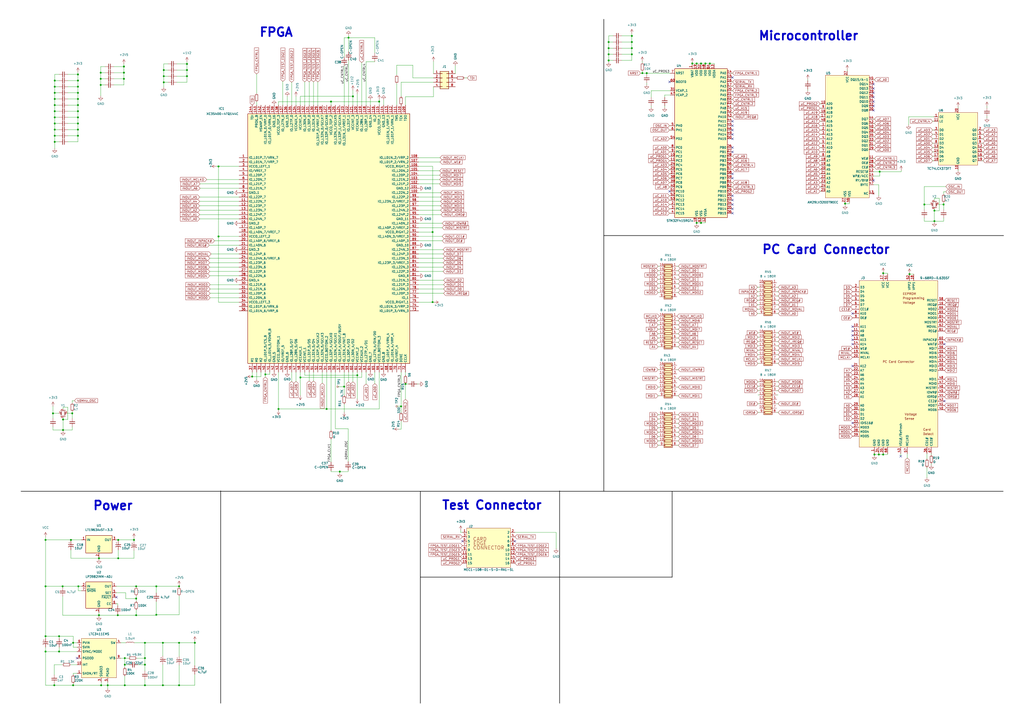
<source format=kicad_sch>
(kicad_sch (version 20230121) (generator eeschema)
  (paper "A2")
  (junction (at 108.458 40.64))
  (junction (at 41.148 313.182))
  (junction (at 34.29 377.952))
  (junction (at 42.418 397.51))
  (junction (at 58.42 49.276))
  (junction (at 174.244 218.948))
  (junction (at 72.39 381.762))
  (junction (at 68.326 356.87))
  (junction (at 235.204 222.758))
  (junction (at 510.286 99.568))
  (junction (at 77.724 313.182))
  (junction (at 45.212 64.516))
  (junction (at 31.496 397.51))
  (junction (at 94.996 40.64))
  (junction (at 536.194 118.618))
  (junction (at 113.03 372.872))
  (junction (at 26.416 369.062))
  (junction (at 153.924 217.17))
  (junction (at 103.886 340.106))
  (junction (at 207.264 217.678))
  (junction (at 509.778 263.652))
  (junction (at 57.404 323.85))
  (junction (at 103.886 372.872))
  (junction (at 30.734 239.776))
  (junction (at 45.212 43.18))
  (junction (at 72.39 385.572))
  (junction (at 58.42 42.164))
  (junction (at 45.212 57.404))
  (junction (at 58.42 45.72))
  (junction (at 353.06 35.052))
  (junction (at 366.522 20.828))
  (junction (at 507.238 263.652))
  (junction (at 45.212 46.736))
  (junction (at 126.746 137.16))
  (junction (at 31.75 75.184))
  (junction (at 26.416 340.106))
  (junction (at 31.75 57.404))
  (junction (at 45.212 60.96))
  (junction (at 189.484 237.236))
  (junction (at 250.952 175.26))
  (junction (at 26.416 377.952))
  (junction (at 78.994 356.87))
  (junction (at 68.58 313.182))
  (junction (at 57.404 356.87))
  (junction (at 71.882 42.164))
  (junction (at 78.994 340.106))
  (junction (at 68.58 323.85))
  (junction (at 353.06 27.94))
  (junction (at 94.488 372.872))
  (junction (at 512.318 158.496))
  (junction (at 366.522 27.94))
  (junction (at 31.75 78.74))
  (junction (at 108.458 44.196))
  (junction (at 94.996 47.752))
  (junction (at 542.036 128.27))
  (junction (at 353.06 24.384))
  (junction (at 103.886 397.51))
  (junction (at 31.75 68.072))
  (junction (at 126.746 96.52))
  (junction (at 250.952 134.62))
  (junction (at 94.488 397.51))
  (junction (at 84.074 385.572))
  (junction (at 232.664 235.712))
  (junction (at 192.024 58.928))
  (junction (at 219.964 58.928))
  (junction (at 34.29 369.062))
  (junction (at 375.158 42.418))
  (junction (at 36.322 340.106))
  (junction (at 490.22 118.11))
  (junction (at 84.074 381.762))
  (junction (at 108.458 37.084))
  (junction (at 31.75 50.292))
  (junction (at 31.75 60.96))
  (junction (at 366.522 31.496))
  (junction (at 199.644 224.282))
  (junction (at 406.654 129.286))
  (junction (at 45.212 75.184))
  (junction (at 94.996 44.196))
  (junction (at 71.882 38.608))
  (junction (at 197.104 273.558))
  (junction (at 45.466 340.106))
  (junction (at 42.418 372.872))
  (junction (at 90.678 340.106))
  (junction (at 31.75 46.736))
  (junction (at 84.074 372.872))
  (junction (at 161.544 237.236))
  (junction (at 401.574 36.83))
  (junction (at 45.212 71.628))
  (junction (at 542.036 122.174))
  (junction (at 146.304 218.44))
  (junction (at 62.484 397.51))
  (junction (at 527.558 159.004))
  (junction (at 71.882 45.72))
  (junction (at 90.678 356.616))
  (junction (at 45.212 68.072))
  (junction (at 45.212 50.292))
  (junction (at 409.194 36.83))
  (junction (at 404.114 129.286))
  (junction (at 406.654 36.83))
  (junction (at 26.416 313.182))
  (junction (at 202.184 21.844))
  (junction (at 36.576 249.428))
  (junction (at 31.75 53.848))
  (junction (at 36.576 243.332))
  (junction (at 366.522 24.384))
  (junction (at 78.994 347.218))
  (junction (at 411.734 36.83))
  (junction (at 41.91 239.776))
  (junction (at 31.75 82.296))
  (junction (at 58.674 397.51))
  (junction (at 84.074 397.51))
  (junction (at 204.724 55.88))
  (junction (at 45.212 78.74))
  (junction (at 45.212 53.848))
  (junction (at 31.75 64.516))
  (junction (at 372.618 42.418))
  (junction (at 512.318 263.652))
  (junction (at 72.39 397.51))
  (junction (at 547.37 118.618))
  (junction (at 31.75 71.628))
  (junction (at 404.114 36.83))
  (junction (at 353.06 31.496))
  (no_connect (at 424.942 113.538))
  (no_connect (at 44.704 381.762))
  (no_connect (at 494.538 197.104))
  (no_connect (at 494.538 192.024))
  (no_connect (at 424.942 123.698))
  (no_connect (at 388.366 47.498))
  (no_connect (at 522.478 264.668))
  (no_connect (at 494.538 245.364))
  (no_connect (at 424.942 70.358))
  (no_connect (at 424.942 118.618))
  (no_connect (at 424.942 116.078))
  (no_connect (at 424.942 103.378))
  (no_connect (at 494.538 212.344))
  (no_connect (at 506.73 104.648))
  (no_connect (at 424.942 44.958))
  (no_connect (at 494.538 199.644))
  (no_connect (at 424.942 100.838))
  (no_connect (at 494.538 194.564))
  (no_connect (at 424.942 121.158))
  (no_connect (at 424.942 88.138))
  (no_connect (at 424.942 77.978))
  (no_connect (at 547.878 232.664))
  (no_connect (at 388.366 110.998))
  (no_connect (at 424.942 72.898))
  (no_connect (at 506.73 51.308))
  (no_connect (at 506.73 48.768))
  (no_connect (at 268.224 313.944))
  (no_connect (at 298.704 313.944))
  (no_connect (at 494.538 189.484))
  (no_connect (at 67.564 346.456))
  (no_connect (at 424.942 85.598))
  (no_connect (at 424.942 80.518))
  (no_connect (at 506.73 56.388))
  (no_connect (at 506.73 64.008))
  (no_connect (at 506.73 58.928))
  (no_connect (at 506.73 61.468))
  (no_connect (at 506.73 53.848))
  (no_connect (at 547.878 199.644))
  (no_connect (at 494.538 181.864))
  (no_connect (at 424.942 75.438))
  (wire (pts (xy 161.544 237.236) (xy 161.544 215.9)))
  (wire (pts (xy 393.446 245.618) (xy 392.684 245.618)))
  (wire (pts (xy 39.37 43.18) (xy 45.212 43.18)))
  (wire (pts (xy 251.46 56.134) (xy 251.46 50.292)))
  (wire (pts (xy 255.524 116.84) (xy 242.824 116.84)))
  (wire (pts (xy 371.602 42.418) (xy 372.618 42.418)))
  (wire (pts (xy 366.522 24.384) (xy 366.522 20.828)))
  (wire (pts (xy 451.358 239.268) (xy 450.596 239.268)))
  (wire (pts (xy 44.704 375.412) (xy 42.418 375.412)))
  (wire (pts (xy 102.616 47.752) (xy 108.458 47.752)))
  (wire (pts (xy 58.42 42.164) (xy 60.96 42.164)))
  (wire (pts (xy 541.02 80.518) (xy 541.782 80.518)))
  (wire (pts (xy 94.996 40.64) (xy 97.536 40.64)))
  (wire (pts (xy 39.37 60.96) (xy 45.212 60.96)))
  (wire (pts (xy 58.42 49.276) (xy 60.96 49.276)))
  (wire (pts (xy 41.91 239.776) (xy 41.91 242.57)))
  (wire (pts (xy 424.942 113.538) (xy 424.434 113.538)))
  (wire (pts (xy 451.358 208.28) (xy 450.596 208.28)))
  (wire (pts (xy 414.274 36.83) (xy 411.734 36.83)))
  (wire (pts (xy 45.466 342.646) (xy 45.466 340.106)))
  (wire (pts (xy 451.358 198.12) (xy 450.596 198.12)))
  (wire (pts (xy 235.204 222.758) (xy 236.982 222.758)))
  (wire (pts (xy 84.074 389.128) (xy 84.074 385.572)))
  (wire (pts (xy 424.942 44.958) (xy 424.434 44.958)))
  (wire (pts (xy 126.746 137.16) (xy 138.684 137.16)))
  (wire (pts (xy 66.04 45.72) (xy 71.882 45.72)))
  (wire (pts (xy 381.762 219.456) (xy 382.524 219.456)))
  (wire (pts (xy 78.994 356.87) (xy 68.326 356.87)))
  (wire (pts (xy 121.412 142.24) (xy 138.684 142.24)))
  (wire (pts (xy 62.484 395.732) (xy 62.484 397.51)))
  (wire (pts (xy 424.942 93.218) (xy 424.434 93.218)))
  (wire (pts (xy 424.942 52.578) (xy 424.434 52.578)))
  (wire (pts (xy 439.42 169.164) (xy 440.436 169.164)))
  (wire (pts (xy 161.544 58.928) (xy 192.024 58.928)))
  (wire (pts (xy 242.824 134.62) (xy 250.952 134.62)))
  (wire (pts (xy 45.212 68.072) (xy 45.212 64.516)))
  (wire (pts (xy 90.678 340.106) (xy 78.994 340.106)))
  (wire (pts (xy 439.674 195.58) (xy 440.436 195.58)))
  (wire (pts (xy 256.54 139.7) (xy 242.824 139.7)))
  (wire (pts (xy 439.674 198.12) (xy 440.436 198.12)))
  (wire (pts (xy 475.742 83.058) (xy 476.25 83.058)))
  (wire (pts (xy 475.742 62.738) (xy 476.25 62.738)))
  (wire (pts (xy 62.484 397.51) (xy 62.484 399.288)))
  (wire (pts (xy 509.778 263.144) (xy 509.778 263.652)))
  (wire (pts (xy 401.574 36.322) (xy 401.574 36.83)))
  (wire (pts (xy 424.942 62.738) (xy 424.434 62.738)))
  (wire (pts (xy 57.404 356.87) (xy 57.404 357.378)))
  (wire (pts (xy 121.666 154.94) (xy 138.684 154.94)))
  (wire (pts (xy 264.16 38.1) (xy 264.16 42.672)))
  (wire (pts (xy 222.504 57.912) (xy 222.504 60.96)))
  (wire (pts (xy 510.286 102.108) (xy 510.286 99.568)))
  (wire (pts (xy 153.924 217.17) (xy 153.924 215.9)))
  (wire (pts (xy 70.104 381.762) (xy 72.39 381.762)))
  (wire (pts (xy 255.524 114.3) (xy 242.824 114.3)))
  (wire (pts (xy 80.01 385.572) (xy 84.074 385.572)))
  (wire (pts (xy 507.238 79.248) (xy 506.73 79.248)))
  (wire (pts (xy 26.416 377.952) (xy 26.416 397.51)))
  (wire (pts (xy 385.572 55.118) (xy 385.572 56.388)))
  (wire (pts (xy 192.024 215.9) (xy 192.024 249.682)))
  (wire (pts (xy 257.302 165.1) (xy 242.824 165.1)))
  (wire (pts (xy 34.29 370.332) (xy 34.29 369.062)))
  (wire (pts (xy 424.942 88.138) (xy 424.434 88.138)))
  (wire (pts (xy 360.68 20.828) (xy 366.522 20.828)))
  (wire (pts (xy 451.358 179.324) (xy 450.596 179.324)))
  (wire (pts (xy 257.048 157.48) (xy 242.824 157.48)))
  (wire (pts (xy 45.212 60.96) (xy 45.212 57.404)))
  (wire (pts (xy 26.416 375.412) (xy 26.416 377.952)))
  (wire (pts (xy 475.742 70.358) (xy 476.25 70.358)))
  (wire (pts (xy 251.46 45.212) (xy 239.522 45.212)))
  (wire (pts (xy 404.114 129.286) (xy 404.114 129.794)))
  (wire (pts (xy 267.208 308.864) (xy 268.224 308.864)))
  (wire (pts (xy 235.204 56.134) (xy 251.46 56.134)))
  (wire (pts (xy 31.75 60.96) (xy 31.75 64.516)))
  (wire (pts (xy 121.92 172.72) (xy 138.684 172.72)))
  (wire (pts (xy 536.194 126.492) (xy 536.194 128.27)))
  (wire (pts (xy 41.148 323.85) (xy 57.404 323.85)))
  (wire (pts (xy 31.75 75.184) (xy 34.29 75.184)))
  (wire (pts (xy 146.304 218.44) (xy 146.304 215.9)))
  (wire (pts (xy 192.024 273.558) (xy 197.104 273.558)))
  (wire (pts (xy 536.194 108.204) (xy 536.194 118.618)))
  (wire (pts (xy 547.37 126.492) (xy 547.37 128.27)))
  (wire (pts (xy 212.344 35.814) (xy 212.344 60.96)))
  (wire (pts (xy 475.742 75.438) (xy 476.25 75.438)))
  (wire (pts (xy 164.084 47.244) (xy 164.084 60.96)))
  (wire (pts (xy 512.318 263.652) (xy 509.778 263.652)))
  (wire (pts (xy 31.75 78.74) (xy 34.29 78.74)))
  (wire (pts (xy 381.762 164.592) (xy 382.524 164.592)))
  (wire (pts (xy 381.762 253.238) (xy 382.524 253.238)))
  (wire (pts (xy 71.882 42.164) (xy 71.882 38.608)))
  (wire (pts (xy 439.674 208.28) (xy 440.436 208.28)))
  (wire (pts (xy 121.92 165.1) (xy 138.684 165.1)))
  (wire (pts (xy 451.358 176.784) (xy 450.596 176.784)))
  (wire (pts (xy 115.824 127) (xy 138.684 127)))
  (wire (pts (xy 393.446 201.168) (xy 392.684 201.168)))
  (wire (pts (xy 451.358 181.864) (xy 450.596 181.864)))
  (wire (pts (xy 424.942 108.458) (xy 424.434 108.458)))
  (wire (pts (xy 169.164 47.752) (xy 169.164 60.96)))
  (wire (pts (xy 468.63 45.974) (xy 468.63 46.736)))
  (wire (pts (xy 26.416 397.51) (xy 31.496 397.51)))
  (wire (pts (xy 541.02 90.678) (xy 541.782 90.678)))
  (wire (pts (xy 381.762 240.538) (xy 382.524 240.538)))
  (wire (pts (xy 475.742 108.458) (xy 476.25 108.458)))
  (wire (pts (xy 375.158 42.418) (xy 375.158 43.18)))
  (wire (pts (xy 26.416 311.404) (xy 26.416 313.182)))
  (wire (pts (xy 58.42 42.164) (xy 58.42 45.72)))
  (wire (pts (xy 176.784 217.678) (xy 207.264 217.678)))
  (wire (pts (xy 507.238 94.488) (xy 506.73 94.488)))
  (wire (pts (xy 353.06 27.94) (xy 355.6 27.94)))
  (wire (pts (xy 125.476 96.52) (xy 126.746 96.52)))
  (wire (pts (xy 57.404 355.346) (xy 57.404 356.87)))
  (wire (pts (xy 78.994 345.694) (xy 78.994 347.218)))
  (wire (pts (xy 189.484 237.236) (xy 219.964 237.236)))
  (wire (pts (xy 39.37 57.404) (xy 45.212 57.404)))
  (wire (pts (xy 475.742 88.138) (xy 476.25 88.138)))
  (wire (pts (xy 393.446 253.238) (xy 392.684 253.238)))
  (wire (pts (xy 102.616 40.64) (xy 108.458 40.64)))
  (wire (pts (xy 366.522 20.828) (xy 366.522 19.558)))
  (wire (pts (xy 451.358 195.58) (xy 450.596 195.58)))
  (wire (pts (xy 71.882 38.608) (xy 71.882 37.084)))
  (wire (pts (xy 257.048 152.4) (xy 242.824 152.4)))
  (wire (pts (xy 353.06 35.052) (xy 355.6 35.052)))
  (wire (pts (xy 388.366 72.898) (xy 388.874 72.898)))
  (wire (pts (xy 242.824 175.26) (xy 250.952 175.26)))
  (wire (pts (xy 103.886 397.51) (xy 94.488 397.51)))
  (wire (pts (xy 31.75 75.184) (xy 31.75 78.74)))
  (wire (pts (xy 393.446 159.512) (xy 392.684 159.512)))
  (wire (pts (xy 475.742 98.298) (xy 476.25 98.298)))
  (wire (pts (xy 409.194 36.83) (xy 406.654 36.83)))
  (wire (pts (xy 126.746 137.16) (xy 126.746 96.52)))
  (wire (pts (xy 544.83 122.174) (xy 542.036 122.174)))
  (wire (pts (xy 388.366 98.298) (xy 388.874 98.298)))
  (wire (pts (xy 547.37 117.602) (xy 547.37 118.618)))
  (wire (pts (xy 39.37 82.296) (xy 45.212 82.296)))
  (wire (pts (xy 250.952 175.26) (xy 251.714 175.26)))
  (wire (pts (xy 424.942 47.498) (xy 424.434 47.498)))
  (wire (pts (xy 439.674 239.268) (xy 440.436 239.268)))
  (wire (pts (xy 393.446 196.088) (xy 392.684 196.088)))
  (wire (pts (xy 232.664 215.9) (xy 232.664 235.712)))
  (wire (pts (xy 169.164 221.234) (xy 169.164 215.9)))
  (wire (pts (xy 31.496 385.572) (xy 31.496 391.414)))
  (wire (pts (xy 72.898 343.916) (xy 72.898 347.218)))
  (wire (pts (xy 388.366 103.378) (xy 388.874 103.378)))
  (wire (pts (xy 393.446 185.928) (xy 392.684 185.928)))
  (wire (pts (xy 250.952 96.52) (xy 250.952 134.62)))
  (wire (pts (xy 414.274 37.338) (xy 414.274 36.83)))
  (wire (pts (xy 108.458 47.752) (xy 108.458 44.196)))
  (wire (pts (xy 103.886 339.598) (xy 103.886 340.106)))
  (wire (pts (xy 366.522 27.94) (xy 366.522 24.384)))
  (wire (pts (xy 256.54 132.08) (xy 242.824 132.08)))
  (wire (pts (xy 34.29 369.062) (xy 42.418 369.062)))
  (wire (pts (xy 41.148 313.182) (xy 26.416 313.182)))
  (wire (pts (xy 393.446 162.052) (xy 392.684 162.052)))
  (wire (pts (xy 257.048 144.78) (xy 242.824 144.78)))
  (wire (pts (xy 353.06 20.828) (xy 353.06 24.384)))
  (wire (pts (xy 257.048 154.94) (xy 242.824 154.94)))
  (wire (pts (xy 388.366 118.618) (xy 388.874 118.618)))
  (wire (pts (xy 255.27 91.44) (xy 242.824 91.44)))
  (wire (pts (xy 179.324 47.498) (xy 179.324 60.96)))
  (wire (pts (xy 45.212 57.404) (xy 45.212 53.848)))
  (wire (pts (xy 235.204 60.96) (xy 235.204 56.134)))
  (wire (pts (xy 115.824 121.92) (xy 138.684 121.92)))
  (wire (pts (xy 401.574 36.83) (xy 401.574 37.338)))
  (wire (pts (xy 113.03 386.08) (xy 113.03 372.872)))
  (wire (pts (xy 199.644 21.844) (xy 202.184 21.844)))
  (wire (pts (xy 153.924 218.694) (xy 153.924 217.17)))
  (wire (pts (xy 255.016 106.68) (xy 242.824 106.68)))
  (wire (pts (xy 381.762 156.972) (xy 382.524 156.972)))
  (wire (pts (xy 113.03 371.856) (xy 113.03 372.872)))
  (wire (pts (xy 201.93 272.796) (xy 201.93 273.558)))
  (wire (pts (xy 388.366 47.498) (xy 388.874 47.498)))
  (polyline (pts (xy 128.016 284.734) (xy 128.016 407.924)) (stroke (width 0.3) (type solid) (color 0 0 0 1)))
  (wire (pts (xy 31.496 396.494) (xy 31.496 397.51)))
  (wire (pts (xy 572.516 67.564) (xy 572.516 68.326)))
  (wire (pts (xy 45.212 75.184) (xy 45.212 71.628)))
  (wire (pts (xy 57.404 323.85) (xy 57.404 324.358)))
  (wire (pts (xy 393.446 156.972) (xy 392.684 156.972)))
  (wire (pts (xy 26.416 340.106) (xy 26.416 369.062)))
  (wire (pts (xy 161.544 58.928) (xy 161.544 60.96)))
  (wire (pts (xy 121.92 170.18) (xy 138.684 170.18)))
  (wire (pts (xy 512.318 263.144) (xy 512.318 263.652)))
  (wire (pts (xy 36.576 236.22) (xy 39.37 236.22)))
  (wire (pts (xy 94.996 44.196) (xy 94.996 47.752)))
  (wire (pts (xy 541.02 77.978) (xy 541.782 77.978)))
  (wire (pts (xy 475.742 93.218) (xy 476.25 93.218)))
  (wire (pts (xy 527.05 67.818) (xy 541.782 67.818)))
  (wire (pts (xy 108.458 37.084) (xy 108.458 35.814)))
  (wire (pts (xy 102.616 37.084) (xy 108.458 37.084)))
  (wire (pts (xy 507.238 263.144) (xy 507.238 263.652)))
  (wire (pts (xy 451.358 174.244) (xy 450.596 174.244)))
  (wire (pts (xy 507.238 91.948) (xy 506.73 91.948)))
  (wire (pts (xy 385.572 61.468) (xy 385.572 62.23)))
  (wire (pts (xy 255.016 104.14) (xy 242.824 104.14)))
  (wire (pts (xy 512.318 158.496) (xy 512.318 159.004)))
  (wire (pts (xy 451.358 171.704) (xy 450.596 171.704)))
  (wire (pts (xy 393.446 224.536) (xy 392.684 224.536)))
  (wire (pts (xy 192.024 58.928) (xy 219.964 58.928)))
  (wire (pts (xy 475.742 77.978) (xy 476.25 77.978)))
  (wire (pts (xy 514.858 263.144) (xy 514.858 263.652)))
  (wire (pts (xy 219.964 57.658) (xy 219.964 58.928)))
  (wire (pts (xy 231.394 248.92) (xy 232.664 248.92)))
  (wire (pts (xy 381.762 214.376) (xy 382.524 214.376)))
  (wire (pts (xy 256.54 137.16) (xy 242.824 137.16)))
  (wire (pts (xy 570.23 75.438) (xy 569.722 75.438)))
  (wire (pts (xy 217.424 215.9) (xy 217.424 222.504)))
  (wire (pts (xy 113.03 372.872) (xy 103.886 372.872)))
  (wire (pts (xy 393.446 188.468) (xy 392.684 188.468)))
  (wire (pts (xy 393.446 248.158) (xy 392.684 248.158)))
  (wire (pts (xy 507.238 69.088) (xy 506.73 69.088)))
  (wire (pts (xy 424.942 110.998) (xy 424.434 110.998)))
  (wire (pts (xy 509.778 107.188) (xy 509.778 113.538)))
  (wire (pts (xy 181.864 47.498) (xy 181.864 60.96)))
  (wire (pts (xy 424.942 103.378) (xy 424.434 103.378)))
  (wire (pts (xy 375.158 48.26) (xy 375.158 49.022)))
  (wire (pts (xy 547.37 111.252) (xy 547.37 112.522)))
  (wire (pts (xy 540.258 268.986) (xy 540.258 269.748)))
  (wire (pts (xy 84.074 385.572) (xy 84.074 381.762)))
  (wire (pts (xy 544.83 115.062) (xy 544.83 122.174)))
  (wire (pts (xy 68.58 319.024) (xy 68.58 323.85)))
  (wire (pts (xy 122.428 147.32) (xy 138.684 147.32)))
  (wire (pts (xy 94.996 47.752) (xy 97.536 47.752)))
  (wire (pts (xy 242.824 111.76) (xy 255.524 111.76)))
  (wire (pts (xy 189.484 215.9) (xy 189.484 237.236)))
  (wire (pts (xy 490.22 117.348) (xy 490.22 118.11)))
  (wire (pts (xy 439.674 205.74) (xy 440.436 205.74)))
  (wire (pts (xy 381.762 154.432) (xy 382.524 154.432)))
  (wire (pts (xy 174.244 218.948) (xy 209.804 218.948)))
  (wire (pts (xy 322.58 308.864) (xy 322.58 318.262)))
  (wire (pts (xy 192.024 58.928) (xy 192.024 60.96)))
  (wire (pts (xy 439.674 221.488) (xy 440.436 221.488)))
  (wire (pts (xy 45.212 50.292) (xy 45.212 46.736)))
  (wire (pts (xy 84.074 397.51) (xy 72.39 397.51)))
  (wire (pts (xy 148.844 219.964) (xy 148.844 215.9)))
  (wire (pts (xy 94.996 37.084) (xy 94.996 40.64)))
  (wire (pts (xy 84.074 381.762) (xy 84.074 372.872)))
  (wire (pts (xy 235.204 217.678) (xy 235.204 215.9)))
  (wire (pts (xy 199.644 224.282) (xy 195.834 224.282)))
  (polyline (pts (xy 324.612 284.734) (xy 324.612 407.924)) (stroke (width 0.3) (type solid) (color 0 0 0 1)))
  (wire (pts (xy 242.062 222.758) (xy 242.824 222.758)))
  (wire (pts (xy 527.558 159.004) (xy 530.098 159.004)))
  (wire (pts (xy 31.75 82.296) (xy 34.29 82.296)))
  (wire (pts (xy 388.366 100.838) (xy 388.874 100.838)))
  (wire (pts (xy 44.704 377.952) (xy 34.29 377.952)))
  (wire (pts (xy 58.674 397.51) (xy 62.484 397.51)))
  (wire (pts (xy 121.666 160.02) (xy 138.684 160.02)))
  (wire (pts (xy 72.39 397.51) (xy 62.484 397.51)))
  (wire (pts (xy 522.478 263.144) (xy 522.478 264.668)))
  (wire (pts (xy 58.674 395.732) (xy 58.674 397.51)))
  (wire (pts (xy 108.458 40.64) (xy 108.458 37.084)))
  (wire (pts (xy 94.488 372.872) (xy 94.488 380.492)))
  (wire (pts (xy 199.644 38.1) (xy 199.644 60.96)))
  (wire (pts (xy 121.92 167.64) (xy 138.684 167.64)))
  (wire (pts (xy 116.078 106.68) (xy 138.684 106.68)))
  (wire (pts (xy 424.942 121.158) (xy 424.434 121.158)))
  (wire (pts (xy 192.024 273.05) (xy 192.024 273.558)))
  (wire (pts (xy 171.704 221.234) (xy 171.704 215.9)))
  (wire (pts (xy 39.37 236.22) (xy 39.37 243.332)))
  (wire (pts (xy 381.762 196.088) (xy 382.524 196.088)))
  (wire (pts (xy 353.06 24.384) (xy 353.06 27.94)))
  (wire (pts (xy 381.762 229.616) (xy 382.524 229.616)))
  (wire (pts (xy 507.238 71.628) (xy 506.73 71.628)))
  (wire (pts (xy 424.942 70.358) (xy 424.434 70.358)))
  (wire (pts (xy 475.742 90.678) (xy 476.25 90.678)))
  (wire (pts (xy 439.674 224.028) (xy 440.436 224.028)))
  (wire (pts (xy 36.322 340.106) (xy 36.322 340.868)))
  (wire (pts (xy 406.654 129.286) (xy 404.114 129.286)))
  (wire (pts (xy 199.644 33.02) (xy 199.644 21.844)))
  (wire (pts (xy 507.238 81.788) (xy 506.73 81.788)))
  (wire (pts (xy 103.886 356.616) (xy 90.678 356.616)))
  (wire (pts (xy 404.114 128.778) (xy 404.114 129.286)))
  (wire (pts (xy 360.68 24.384) (xy 366.522 24.384)))
  (wire (pts (xy 34.29 43.18) (xy 31.75 43.18)))
  (wire (pts (xy 166.624 55.88) (xy 166.624 60.96)))
  (wire (pts (xy 47.244 340.106) (xy 45.466 340.106)))
  (wire (pts (xy 181.864 220.98) (xy 181.864 215.9)))
  (wire (pts (xy 393.446 154.432) (xy 392.684 154.432)))
  (wire (pts (xy 424.942 105.918) (xy 424.434 105.918)))
  (wire (pts (xy 406.654 128.778) (xy 406.654 129.286)))
  (wire (pts (xy 176.784 217.678) (xy 176.784 215.9)))
  (wire (pts (xy 424.942 67.818) (xy 424.434 67.818)))
  (wire (pts (xy 388.366 123.698) (xy 388.874 123.698)))
  (wire (pts (xy 536.194 128.27) (xy 542.036 128.27)))
  (wire (pts (xy 31.75 71.628) (xy 34.29 71.628)))
  (wire (pts (xy 31.75 43.18) (xy 31.75 46.736)))
  (wire (pts (xy 34.29 53.848) (xy 31.75 53.848)))
  (wire (pts (xy 219.964 237.236) (xy 219.964 215.9)))
  (wire (pts (xy 353.06 24.384) (xy 355.6 24.384)))
  (wire (pts (xy 570.23 83.058) (xy 569.722 83.058)))
  (wire (pts (xy 201.93 248.666) (xy 201.93 267.716)))
  (wire (pts (xy 113.03 397.51) (xy 103.886 397.51)))
  (wire (pts (xy 544.576 118.618) (xy 547.37 118.618)))
  (wire (pts (xy 468.63 51.816) (xy 468.63 52.578)))
  (wire (pts (xy 57.404 356.87) (xy 68.326 356.87)))
  (wire (pts (xy 184.404 47.498) (xy 184.404 60.96)))
  (wire (pts (xy 209.804 215.9) (xy 209.804 218.948)))
  (wire (pts (xy 475.742 60.198) (xy 476.25 60.198)))
  (wire (pts (xy 366.522 35.052) (xy 366.522 31.496)))
  (wire (pts (xy 257.302 162.56) (xy 242.824 162.56)))
  (wire (pts (xy 451.358 166.624) (xy 450.596 166.624)))
  (wire (pts (xy 506.73 102.108) (xy 510.286 102.108)))
  (wire (pts (xy 45.466 340.106) (xy 36.322 340.106)))
  (wire (pts (xy 393.446 169.672) (xy 392.684 169.672)))
  (wire (pts (xy 42.418 396.494) (xy 42.418 397.51)))
  (wire (pts (xy 115.824 116.84) (xy 138.684 116.84)))
  (wire (pts (xy 393.446 219.456) (xy 392.684 219.456)))
  (wire (pts (xy 242.824 99.06) (xy 255.016 99.06)))
  (wire (pts (xy 514.858 159.004) (xy 514.858 158.496)))
  (wire (pts (xy 161.544 237.236) (xy 189.484 237.236)))
  (wire (pts (xy 527.558 158.496) (xy 527.558 159.004)))
  (wire (pts (xy 271.018 45.212) (xy 269.494 45.212)))
  (wire (pts (xy 424.942 65.278) (xy 424.434 65.278)))
  (polyline (pts (xy 243.84 334.772) (xy 389.89 334.772)) (stroke (width 0.3) (type solid) (color 0 0 0 1)))
  (wire (pts (xy 103.886 340.106) (xy 90.678 340.106)))
  (wire (pts (xy 393.446 229.616) (xy 392.684 229.616)))
  (wire (pts (xy 41.91 247.65) (xy 41.91 249.428)))
  (wire (pts (xy 388.874 55.118) (xy 385.572 55.118)))
  (wire (pts (xy 393.446 191.008) (xy 392.684 191.008)))
  (wire (pts (xy 507.238 76.708) (xy 506.73 76.708)))
  (wire (pts (xy 404.114 37.338) (xy 404.114 36.83)))
  (wire (pts (xy 424.942 118.618) (xy 424.434 118.618)))
  (wire (pts (xy 510.286 99.568) (xy 506.73 99.568)))
  (wire (pts (xy 537.718 263.144) (xy 537.718 266.192)))
  (wire (pts (xy 475.742 110.998) (xy 476.25 110.998)))
  (wire (pts (xy 47.244 342.646) (xy 45.466 342.646)))
  (wire (pts (xy 451.358 221.488) (xy 450.596 221.488)))
  (wire (pts (xy 138.684 175.26) (xy 126.746 175.26)))
  (wire (pts (xy 411.734 36.83) (xy 409.194 36.83)))
  (wire (pts (xy 103.886 340.614) (xy 103.886 340.106)))
  (wire (pts (xy 409.194 37.338) (xy 409.194 36.83)))
  (wire (pts (xy 102.616 44.196) (xy 108.458 44.196)))
  (wire (pts (xy 94.488 385.572) (xy 94.488 397.51)))
  (wire (pts (xy 108.458 44.196) (xy 108.458 40.64)))
  (wire (pts (xy 192.024 254.762) (xy 192.024 267.97)))
  (wire (pts (xy 45.212 64.516) (xy 45.212 60.96)))
  (wire (pts (xy 199.644 239.014) (xy 199.644 234.442)))
  (wire (pts (xy 31.75 46.736) (xy 31.75 50.292)))
  (wire (pts (xy 555.752 98.298) (xy 555.752 99.06)))
  (wire (pts (xy 424.942 116.078) (xy 424.434 116.078)))
  (wire (pts (xy 439.42 181.864) (xy 440.436 181.864)))
  (wire (pts (xy 45.212 71.628) (xy 45.212 68.072)))
  (wire (pts (xy 31.75 50.292) (xy 34.29 50.292)))
  (wire (pts (xy 232.664 248.92) (xy 232.664 244.348)))
  (wire (pts (xy 151.384 215.9) (xy 151.384 218.44)))
  (wire (pts (xy 475.742 105.918) (xy 476.25 105.918)))
  (wire (pts (xy 406.654 37.338) (xy 406.654 36.83)))
  (wire (pts (xy 90.678 348.996) (xy 90.678 356.616)))
  (wire (pts (xy 31.75 64.516) (xy 34.29 64.516)))
  (wire (pts (xy 70.104 372.872) (xy 72.898 372.872)))
  (wire (pts (xy 570.23 93.218) (xy 569.722 93.218)))
  (wire (pts (xy 30.734 242.57) (xy 30.734 239.776)))
  (wire (pts (xy 30.734 249.428) (xy 36.576 249.428)))
  (wire (pts (xy 90.678 343.916) (xy 90.678 340.106)))
  (wire (pts (xy 31.75 50.292) (xy 31.75 53.848)))
  (wire (pts (xy 388.366 116.078) (xy 388.874 116.078)))
  (wire (pts (xy 230.124 37.846) (xy 230.124 43.434)))
  (wire (pts (xy 103.886 345.694) (xy 103.886 356.616)))
  (wire (pts (xy 372.618 41.402) (xy 372.618 42.418)))
  (wire (pts (xy 39.37 78.74) (xy 45.212 78.74)))
  (wire (pts (xy 507.238 84.328) (xy 506.73 84.328)))
  (wire (pts (xy 526.288 263.144) (xy 526.288 265.684)))
  (wire (pts (xy 439.674 203.2) (xy 440.436 203.2)))
  (wire (pts (xy 77.724 319.278) (xy 77.724 323.85)))
  (wire (pts (xy 490.22 118.11) (xy 490.22 118.872)))
  (wire (pts (xy 381.762 167.132) (xy 382.524 167.132)))
  (wire (pts (xy 542.036 115.062) (xy 544.83 115.062)))
  (wire (pts (xy 451.358 224.028) (xy 450.596 224.028)))
  (wire (pts (xy 424.942 72.898) (xy 424.434 72.898)))
  (wire (pts (xy 58.42 38.608) (xy 58.42 42.164)))
  (polyline (pts (xy 350.266 136.652) (xy 582.168 136.652)) (stroke (width 0.3) (type solid) (color 0 0 0 1)))
  (wire (pts (xy 31.75 57.404) (xy 31.75 60.96)))
  (wire (pts (xy 121.666 157.48) (xy 138.684 157.48)))
  (wire (pts (xy 257.048 149.86) (xy 242.824 149.86)))
  (wire (pts (xy 547.37 118.618) (xy 547.37 121.412)))
  (wire (pts (xy 381.762 245.618) (xy 382.524 245.618)))
  (wire (pts (xy 377.698 61.468) (xy 377.698 62.23)))
  (wire (pts (xy 47.244 313.182) (xy 41.148 313.182)))
  (wire (pts (xy 174.244 218.948) (xy 174.244 215.9)))
  (wire (pts (xy 74.93 385.572) (xy 72.39 385.572)))
  (wire (pts (xy 381.762 201.168) (xy 382.524 201.168)))
  (wire (pts (xy 475.742 103.378) (xy 476.25 103.378)))
  (wire (pts (xy 537.718 271.272) (xy 537.718 277.114)))
  (wire (pts (xy 570.23 85.598) (xy 569.722 85.598)))
  (wire (pts (xy 451.358 193.04) (xy 450.596 193.04)))
  (wire (pts (xy 424.942 77.978) (xy 424.434 77.978)))
  (wire (pts (xy 451.358 234.188) (xy 450.596 234.188)))
  (wire (pts (xy 39.37 71.628) (xy 45.212 71.628)))
  (wire (pts (xy 451.358 200.66) (xy 450.596 200.66)))
  (wire (pts (xy 514.858 158.496) (xy 512.318 158.496)))
  (wire (pts (xy 475.742 72.898) (xy 476.25 72.898)))
  (wire (pts (xy 94.996 44.196) (xy 97.536 44.196)))
  (wire (pts (xy 179.324 220.98) (xy 179.324 215.9)))
  (wire (pts (xy 202.184 21.844) (xy 217.424 21.844)))
  (wire (pts (xy 491.49 40.386) (xy 491.49 41.148)))
  (wire (pts (xy 68.58 313.182) (xy 77.724 313.182)))
  (wire (pts (xy 94.996 47.752) (xy 94.996 50.546)))
  (wire (pts (xy 115.824 114.3) (xy 138.684 114.3)))
  (wire (pts (xy 39.116 239.776) (xy 41.91 239.776)))
  (wire (pts (xy 257.302 170.18) (xy 242.824 170.18)))
  (wire (pts (xy 212.344 35.814) (xy 217.424 35.814)))
  (wire (pts (xy 360.68 31.496) (xy 366.522 31.496)))
  (wire (pts (xy 31.75 68.072) (xy 31.75 71.628)))
  (wire (pts (xy 68.326 356.362) (xy 68.326 356.87)))
  (wire (pts (xy 72.39 381.762) (xy 72.39 385.572)))
  (wire (pts (xy 393.446 240.538) (xy 392.684 240.538)))
  (wire (pts (xy 204.724 215.9) (xy 204.724 221.488)))
  (wire (pts (xy 78.994 340.106) (xy 78.994 340.614)))
  (wire (pts (xy 42.418 372.872) (xy 42.418 369.062)))
  (wire (pts (xy 212.344 215.9) (xy 212.344 222.758)))
  (wire (pts (xy 381.762 188.468) (xy 382.524 188.468)))
  (wire (pts (xy 39.37 68.072) (xy 45.212 68.072)))
  (wire (pts (xy 507.238 46.228) (xy 506.73 46.228)))
  (wire (pts (xy 72.39 385.572) (xy 72.39 387.096)))
  (wire (pts (xy 572.516 61.722) (xy 572.516 62.484)))
  (wire (pts (xy 355.6 31.496) (xy 353.06 31.496)))
  (wire (pts (xy 126.746 175.26) (xy 126.746 137.16)))
  (wire (pts (xy 197.104 273.558) (xy 197.104 274.32)))
  (wire (pts (xy 542.036 116.078) (xy 542.036 115.062)))
  (wire (pts (xy 202.184 221.488) (xy 202.184 215.9)))
  (wire (pts (xy 67.564 350.266) (xy 68.326 350.266)))
  (wire (pts (xy 393.446 243.078) (xy 392.684 243.078)))
  (wire (pts (xy 174.244 229.362) (xy 174.244 218.948)))
  (wire (pts (xy 424.942 50.038) (xy 424.434 50.038)))
  (wire (pts (xy 256.54 129.54) (xy 242.824 129.54)))
  (wire (pts (xy 36.322 356.87) (xy 57.404 356.87)))
  (wire (pts (xy 353.06 31.496) (xy 353.06 35.052)))
  (wire (pts (xy 439.674 193.04) (xy 440.436 193.04)))
  (wire (pts (xy 257.302 167.64) (xy 242.824 167.64)))
  (wire (pts (xy 548.64 108.204) (xy 536.194 108.204)))
  (wire (pts (xy 381.762 198.628) (xy 382.524 198.628)))
  (wire (pts (xy 424.942 95.758) (xy 424.434 95.758)))
  (wire (pts (xy 393.446 255.778) (xy 392.684 255.778)))
  (wire (pts (xy 381.762 224.536) (xy 382.524 224.536)))
  (wire (pts (xy 57.404 323.342) (xy 57.404 323.85)))
  (wire (pts (xy 570.23 77.978) (xy 569.722 77.978)))
  (wire (pts (xy 39.37 50.292) (xy 45.212 50.292)))
  (wire (pts (xy 388.366 93.218) (xy 388.874 93.218)))
  (wire (pts (xy 71.882 49.276) (xy 71.882 45.72)))
  (wire (pts (xy 255.524 121.92) (xy 242.824 121.92)))
  (wire (pts (xy 45.212 78.74) (xy 45.212 75.184)))
  (wire (pts (xy 542.036 128.27) (xy 547.37 128.27)))
  (wire (pts (xy 255.27 93.98) (xy 242.824 93.98)))
  (wire (pts (xy 541.02 83.058) (xy 541.782 83.058)))
  (wire (pts (xy 174.244 55.88) (xy 204.724 55.88)))
  (wire (pts (xy 44.704 390.652) (xy 42.418 390.652)))
  (wire (pts (xy 475.742 65.278) (xy 476.25 65.278)))
  (wire (pts (xy 439.674 210.82) (xy 440.436 210.82)))
  (wire (pts (xy 235.204 222.758) (xy 235.204 231.648)))
  (wire (pts (xy 570.23 88.138) (xy 569.722 88.138)))
  (wire (pts (xy 439.42 179.324) (xy 440.436 179.324)))
  (wire (pts (xy 30.734 247.65) (xy 30.734 249.428)))
  (wire (pts (xy 31.75 60.96) (xy 34.29 60.96)))
  (wire (pts (xy 161.544 237.998) (xy 161.544 237.236)))
  (wire (pts (xy 84.074 394.208) (xy 84.074 397.51)))
  (wire (pts (xy 353.06 35.052) (xy 353.06 36.068)))
  (wire (pts (xy 90.678 356.616) (xy 90.678 356.87)))
  (wire (pts (xy 514.858 263.652) (xy 512.318 263.652)))
  (wire (pts (xy 84.074 372.872) (xy 77.978 372.872)))
  (wire (pts (xy 67.564 313.182) (xy 68.58 313.182)))
  (wire (pts (xy 72.39 392.176) (xy 72.39 397.51)))
  (wire (pts (xy 58.42 49.276) (xy 58.42 55.626)))
  (wire (pts (xy 39.37 53.848) (xy 45.212 53.848)))
  (wire (pts (xy 103.886 385.826) (xy 103.886 397.51)))
  (wire (pts (xy 507.238 263.652) (xy 509.778 263.652)))
  (wire (pts (xy 31.496 397.51) (xy 42.418 397.51)))
  (wire (pts (xy 522.732 98.806) (xy 522.732 99.568)))
  (wire (pts (xy 393.446 193.548) (xy 392.684 193.548)))
  (wire (pts (xy 424.942 85.598) (xy 424.434 85.598)))
  (wire (pts (xy 217.424 21.844) (xy 217.424 30.734)))
  (wire (pts (xy 31.75 46.736) (xy 34.29 46.736)))
  (wire (pts (xy 404.114 36.83) (xy 401.574 36.83)))
  (wire (pts (xy 355.6 20.828) (xy 353.06 20.828)))
  (wire (pts (xy 424.942 42.418) (xy 424.434 42.418)))
  (wire (pts (xy 388.366 85.598) (xy 388.874 85.598)))
  (wire (pts (xy 439.674 229.108) (xy 440.436 229.108)))
  (wire (pts (xy 68.58 313.182) (xy 68.58 313.944)))
  (wire (pts (xy 232.664 47.752) (xy 232.664 55.88)))
  (wire (pts (xy 424.942 60.198) (xy 424.434 60.198)))
  (wire (pts (xy 548.64 111.252) (xy 547.37 111.252)))
  (wire (pts (xy 67.564 340.106) (xy 78.994 340.106)))
  (wire (pts (xy 439.42 174.244) (xy 440.436 174.244)))
  (wire (pts (xy 424.942 123.698) (xy 424.434 123.698)))
  (wire (pts (xy 31.75 78.74) (xy 31.75 82.296)))
  (wire (pts (xy 542.036 121.158) (xy 542.036 122.174)))
  (wire (pts (xy 536.194 121.412) (xy 536.194 118.618)))
  (wire (pts (xy 41.91 238.76) (xy 41.91 239.776)))
  (wire (pts (xy 540.258 263.144) (xy 540.258 263.906)))
  (wire (pts (xy 214.884 57.912) (xy 214.884 60.96)))
  (wire (pts (xy 119.888 104.14) (xy 138.684 104.14)))
  (wire (pts (xy 267.208 307.594) (xy 267.208 308.864)))
  (wire (pts (xy 424.942 98.298) (xy 424.434 98.298)))
  (wire (pts (xy 424.942 80.518) (xy 424.434 80.518)))
  (wire (pts (xy 113.03 391.16) (xy 113.03 397.51)))
  (wire (pts (xy 230.124 235.712) (xy 232.664 235.712)))
  (wire (pts (xy 439.42 176.784) (xy 440.436 176.784)))
  (wire (pts (xy 250.952 134.62) (xy 250.952 175.26)))
  (wire (pts (xy 72.898 347.218) (xy 78.994 347.218)))
  (wire (pts (xy 475.742 85.598) (xy 476.25 85.598)))
  (wire (pts (xy 36.576 242.316) (xy 36.576 243.332)))
  (wire (pts (xy 451.358 226.568) (xy 450.596 226.568)))
  (wire (pts (xy 207.264 54.356) (xy 207.264 60.96)))
  (wire (pts (xy 202.184 21.844) (xy 202.184 29.972)))
  (wire (pts (xy 66.04 38.608) (xy 71.882 38.608)))
  (wire (pts (xy 66.04 49.276) (xy 71.882 49.276)))
  (wire (pts (xy 555.752 61.976) (xy 555.752 62.738)))
  (wire (pts (xy 41.91 232.41) (xy 41.91 233.68)))
  (wire (pts (xy 451.358 169.164) (xy 450.596 169.164)))
  (polyline (pts (xy 12.192 284.988) (xy 350.266 284.988)) (stroke (width 0.3) (type solid) (color 0 0 0 1)))
  (wire (pts (xy 156.464 217.17) (xy 153.924 217.17)))
  (wire (pts (xy 79.502 381.762) (xy 84.074 381.762)))
  (wire (pts (xy 475.742 95.758) (xy 476.25 95.758)))
  (wire (pts (xy 121.666 152.4) (xy 138.684 152.4)))
  (wire (pts (xy 219.964 58.928) (xy 219.964 60.96)))
  (wire (pts (xy 26.416 369.062) (xy 26.416 370.332)))
  (wire (pts (xy 174.244 60.96) (xy 174.244 55.88)))
  (wire (pts (xy 41.148 319.024) (xy 41.148 323.85)))
  (wire (pts (xy 43.18 232.41) (xy 41.91 232.41)))
  (wire (pts (xy 207.264 231.394) (xy 207.264 217.678)))
  (wire (pts (xy 381.762 258.318) (xy 382.524 258.318)))
  (wire (pts (xy 360.68 27.94) (xy 366.522 27.94)))
  (wire (pts (xy 409.194 128.778) (xy 409.194 129.286)))
  (wire (pts (xy 42.418 390.652) (xy 42.418 391.414)))
  (wire (pts (xy 45.212 46.736) (xy 45.212 43.18)))
  (polyline (pts (xy 243.84 284.988) (xy 243.84 407.924)) (stroke (width 0.3) (type solid) (color 0 0 0 1)))
  (wire (pts (xy 31.75 82.296) (xy 31.75 86.106)))
  (wire (pts (xy 36.068 385.572) (xy 31.496 385.572)))
  (wire (pts (xy 36.576 249.428) (xy 36.576 249.936)))
  (wire (pts (xy 381.762 243.078) (xy 382.524 243.078)))
  (wire (pts (xy 393.446 250.698) (xy 392.684 250.698)))
  (wire (pts (xy 388.366 108.458) (xy 388.874 108.458)))
  (wire (pts (xy 41.148 313.182) (xy 41.148 313.944)))
  (wire (pts (xy 30.734 235.712) (xy 30.734 239.776)))
  (wire (pts (xy 492.76 118.11) (xy 490.22 118.11)))
  (wire (pts (xy 176.784 47.498) (xy 176.784 60.96)))
  (wire (pts (xy 388.366 90.678) (xy 388.874 90.678)))
  (wire (pts (xy 242.824 96.52) (xy 250.952 96.52)))
  (wire (pts (xy 409.194 129.286) (xy 406.654 129.286)))
  (wire (pts (xy 388.366 121.158) (xy 388.874 121.158)))
  (wire (pts (xy 39.37 46.736) (xy 45.212 46.736)))
  (wire (pts (xy 45.212 53.848) (xy 45.212 50.292)))
  (wire (pts (xy 411.734 37.338) (xy 411.734 36.83)))
  (wire (pts (xy 393.446 164.592) (xy 392.684 164.592)))
  (wire (pts (xy 68.58 323.85) (xy 57.404 323.85)))
  (wire (pts (xy 377.698 52.578) (xy 377.698 56.388)))
  (wire (pts (xy 570.23 90.678) (xy 569.722 90.678)))
  (wire (pts (xy 44.704 372.872) (xy 42.418 372.872)))
  (wire (pts (xy 77.724 313.182) (xy 77.724 314.198)))
  (wire (pts (xy 381.762 162.052) (xy 382.524 162.052)))
  (wire (pts (xy 26.416 340.106) (xy 36.322 340.106)))
  (wire (pts (xy 116.078 109.22) (xy 138.684 109.22)))
  (wire (pts (xy 34.29 377.952) (xy 26.416 377.952)))
  (wire (pts (xy 353.06 27.94) (xy 353.06 31.496)))
  (wire (pts (xy 90.678 356.87) (xy 78.994 356.87)))
  (wire (pts (xy 201.93 273.558) (xy 197.104 273.558)))
  (wire (pts (xy 58.42 38.608) (xy 60.96 38.608)))
  (wire (pts (xy 36.576 249.428) (xy 41.91 249.428)))
  (wire (pts (xy 39.37 243.332) (xy 36.576 243.332)))
  (wire (pts (xy 536.194 118.618) (xy 539.496 118.618)))
  (wire (pts (xy 72.39 381.762) (xy 74.422 381.762)))
  (wire (pts (xy 194.564 215.9) (xy 194.564 248.666)))
  (wire (pts (xy 42.418 397.51) (xy 58.674 397.51)))
  (wire (pts (xy 424.942 90.678) (xy 424.434 90.678)))
  (wire (pts (xy 156.464 215.9) (xy 156.464 217.17)))
  (wire (pts (xy 199.644 215.9) (xy 199.644 224.282)))
  (wire (pts (xy 207.264 217.678) (xy 207.264 215.9)))
  (wire (pts (xy 103.886 372.872) (xy 94.488 372.872)))
  (wire (pts (xy 381.762 169.672) (xy 382.524 169.672)))
  (wire (pts (xy 36.576 237.236) (xy 36.576 236.22)))
  (wire (pts (xy 115.824 124.46) (xy 138.684 124.46)))
  (wire (pts (xy 372.618 35.56) (xy 372.618 36.322)))
  (wire (pts (xy 45.212 82.296) (xy 45.212 78.74)))
  (wire (pts (xy 381.762 191.008) (xy 382.524 191.008)))
  (wire (pts (xy 451.358 203.2) (xy 450.596 203.2)))
  (wire (pts (xy 77.724 312.166) (xy 77.724 313.182)))
  (wire (pts (xy 31.75 71.628) (xy 31.75 75.184)))
  (wire (pts (xy 512.318 157.988) (xy 512.318 158.496)))
  (wire (pts (xy 199.644 224.282) (xy 199.644 229.362)))
  (wire (pts (xy 541.02 88.138) (xy 541.782 88.138)))
  (wire (pts (xy 393.446 167.132) (xy 392.684 167.132)))
  (wire (pts (xy 257.048 147.32) (xy 242.824 147.32)))
  (wire (pts (xy 255.524 119.38) (xy 242.824 119.38)))
  (wire (pts (xy 381.762 248.158) (xy 382.524 248.158)))
  (wire (pts (xy 126.746 96.52) (xy 138.684 96.52)))
  (wire (pts (xy 542.036 122.174) (xy 542.036 128.27)))
  (wire (pts (xy 439.42 166.624) (xy 440.436 166.624)))
  (wire (pts (xy 68.58 323.85) (xy 77.724 323.85)))
  (wire (pts (xy 388.366 110.998) (xy 388.874 110.998)))
  (wire (pts (xy 58.42 45.72) (xy 58.42 49.276)))
  (wire (pts (xy 41.148 385.572) (xy 44.704 385.572)))
  (wire (pts (xy 58.42 45.72) (xy 60.96 45.72)))
  (wire (pts (xy 381.762 255.778) (xy 382.524 255.778)))
  (wire (pts (xy 388.874 52.578) (xy 377.698 52.578)))
  (wire (pts (xy 42.418 375.412) (xy 42.418 372.872)))
  (wire (pts (xy 121.666 149.86) (xy 138.684 149.86)))
  (wire (pts (xy 475.742 67.818) (xy 476.25 67.818)))
  (wire (pts (xy 94.488 397.51) (xy 84.074 397.51)))
  (wire (pts (xy 232.664 239.268) (xy 232.664 235.712)))
  (wire (pts (xy 31.75 53.848) (xy 31.75 57.404)))
  (wire (pts (xy 202.184 20.574) (xy 202.184 21.844)))
  (wire (pts (xy 542.036 128.27) (xy 542.036 128.778)))
  (wire (pts (xy 492.76 117.348) (xy 492.76 118.11)))
  (polyline (pts (xy 350.266 284.988) (xy 581.914 284.988)) (stroke (width 0.3) (type solid) (color 0 0 0 1)))
  (wire (pts (xy 94.996 37.084) (xy 97.536 37.084)))
  (wire (pts (xy 393.446 214.376) (xy 392.684 214.376)))
  (wire (pts (xy 388.366 113.538) (xy 388.874 113.538)))
  (wire (pts (xy 388.366 80.518) (xy 388.874 80.518)))
  (wire (pts (xy 201.93 248.666) (xy 194.564 248.666)))
  (wire (pts (xy 527.05 72.39) (xy 527.05 67.818)))
  (wire (pts (xy 251.46 35.56) (xy 251.46 42.672)))
  (wire (pts (xy 451.358 205.74) (xy 450.596 205.74)))
  (wire (pts (xy 507.238 86.868) (xy 506.73 86.868)))
  (wire (pts (xy 124.46 139.7) (xy 138.684 139.7)))
  (wire (pts (xy 439.674 226.568) (xy 440.436 226.568)))
  (wire (pts (xy 204.724 55.88) (xy 204.724 52.324)))
  (wire (pts (xy 26.416 313.182) (xy 26.416 340.106)))
  (wire (pts (xy 393.446 258.318) (xy 392.684 258.318)))
  (wire (pts (xy 388.366 105.918) (xy 388.874 105.918)))
  (wire (pts (xy 186.944 222.25) (xy 186.944 215.9)))
  (wire (pts (xy 94.996 40.64) (xy 94.996 44.196)))
  (polyline (pts (xy 389.89 284.988) (xy 389.89 334.772)) (stroke (width 0.3) (type solid) (color 0 0 0 1)))
  (wire (pts (xy 507.238 74.168) (xy 506.73 74.168)))
  (wire (pts (xy 522.732 99.568) (xy 510.286 99.568)))
  (wire (pts (xy 39.37 64.516) (xy 45.212 64.516)))
  (wire (pts (xy 204.724 55.88) (xy 204.724 60.96)))
  (wire (pts (xy 541.02 70.358) (xy 541.782 70.358)))
  (wire (pts (xy 360.68 35.052) (xy 366.522 35.052)))
  (wire (pts (xy 251.46 47.752) (xy 232.664 47.752)))
  (wire (pts (xy 255.016 101.6) (xy 242.824 101.6)))
  (wire (pts (xy 26.416 369.062) (xy 34.29 369.062)))
  (wire (pts (xy 424.942 75.438) (xy 424.434 75.438)))
  (wire (pts (xy 541.02 93.218) (xy 541.782 93.218)))
  (wire (pts (xy 393.446 198.628) (xy 392.684 198.628)))
  (wire (pts (xy 239.522 37.846) (xy 230.124 37.846)))
  (wire (pts (xy 30.734 239.776) (xy 34.036 239.776)))
  (wire (pts (xy 388.366 75.438) (xy 388.874 75.438)))
  (wire (pts (xy 36.576 243.332) (xy 36.576 249.428)))
  (wire (pts (xy 94.488 372.872) (xy 84.074 372.872)))
  (wire (pts (xy 78.994 347.218) (xy 78.994 348.742)))
  (wire (pts (xy 202.184 35.052) (xy 202.184 60.96)))
  (wire (pts (xy 424.942 55.118) (xy 424.434 55.118)))
  (wire (pts (xy 239.522 45.212) (xy 239.522 37.846)))
  (wire (pts (xy 381.762 250.698) (xy 382.524 250.698)))
  (wire (pts (xy 381.762 193.548) (xy 382.524 193.548)))
  (wire (pts (xy 381.762 159.512) (xy 382.524 159.512)))
  (wire (pts (xy 388.366 95.758) (xy 388.874 95.758)))
  (wire (pts (xy 34.29 375.412) (xy 34.29 377.952)))
  (wire (pts (xy 439.674 200.66) (xy 440.436 200.66)))
  (wire (pts (xy 298.704 308.864) (xy 322.58 308.864)))
  (wire (pts (xy 36.322 345.948) (xy 36.322 356.87)))
  (wire (pts (xy 31.75 64.516) (xy 31.75 68.072)))
  (wire (pts (xy 424.942 100.838) (xy 424.434 100.838)))
  (wire (pts (xy 31.75 57.404) (xy 34.29 57.404)))
  (wire (pts (xy 45.212 43.18) (xy 45.212 41.91)))
  (wire (pts (xy 366.522 31.496) (xy 366.522 27.94)))
  (wire (pts (xy 67.564 343.916) (xy 72.898 343.916)))
  (wire (pts (xy 388.366 88.138) (xy 388.874 88.138)))
  (wire (pts (xy 381.762 185.928) (xy 382.524 185.928)))
  (wire (pts (xy 451.358 210.82) (xy 450.596 210.82)))
  (wire (pts (xy 171.704 55.88) (xy 171.704 60.96)))
  (wire (pts (xy 507.238 97.028) (xy 506.73 97.028)))
  (wire (pts (xy 541.02 85.598) (xy 541.782 85.598)))
  (wire (pts (xy 103.886 372.872) (xy 103.886 380.746)))
  (wire (pts (xy 406.654 36.83) (xy 404.114 36.83)))
  (wire (pts (xy 375.158 42.418) (xy 388.874 42.418)))
  (wire (pts (xy 506.73 107.188) (xy 509.778 107.188)))
  (wire (pts (xy 475.742 80.518) (xy 476.25 80.518)))
  (wire (pts (xy 264.414 45.212) (xy 264.16 45.212)))
  (wire (pts (xy 439.674 234.188) (xy 440.436 234.188)))
  (wire (pts (xy 230.124 48.514) (xy 230.124 60.96)))
  (wire (pts (xy 372.618 42.418) (xy 375.158 42.418)))
  (wire (pts (xy 451.358 229.108) (xy 450.596 229.108)))
  (wire (pts (xy 148.844 59.182) (xy 148.844 60.96)))
  (wire (pts (xy 541.02 75.438) (xy 541.782 75.438)))
  (polyline (pts (xy 350.266 11.176) (xy 350.266 284.988)) (stroke (width 0.3) (type solid) (color 0 0 0 1)))
  (wire (pts (xy 31.75 68.072) (xy 34.29 68.072)))
  (wire (pts (xy 570.23 80.518) (xy 569.722 80.518)))
  (wire (pts (xy 439.42 171.704) (xy 440.436 171.704)))
  (wire (pts (xy 78.994 353.822) (xy 78.994 356.87)))
  (wire (pts (xy 151.384 218.44) (xy 146.304 218.44)))
  (wire (pts (xy 68.326 350.266) (xy 68.326 351.282)))
  (wire (pts (xy 39.37 75.184) (xy 45.212 75.184)))
  (wire (pts (xy 507.238 263.652) (xy 507.238 264.16)))
  (wire (pts (xy 148.844 42.926) (xy 148.844 54.102)))
  (wire (pts (xy 242.824 124.46) (xy 255.778 124.46)))
  (wire (pts (xy 424.942 57.658) (xy 424.434 57.658)))
  (wire (pts (xy 71.882 45.72) (xy 71.882 42.164)))
  (wire (pts (xy 66.04 42.164) (xy 71.882 42.164)))
  (wire (pts (xy 475.742 100.838) (xy 476.25 100.838)))
  (wire (pts (xy 209.804 36.322) (xy 209.804 60.96)))
  (wire (pts (xy 115.824 119.38) (xy 138.684 119.38)))
  (text "Test Connector" (at 256.032 296.164 0) (effects (font (size 5.08 5.08) bold) (justify left bottom)))
  (text "Microcontroller" (at 439.674 23.876 0) (effects (font (size 5.08 5.08) bold) (justify left bottom)))
  (text "PC Card Connector" (at 441.706 147.828 0) (effects (font (size 5.08 5.08) bold) (justify left bottom)))
  (text "FPGA" (at 150.114 21.844 0) (effects (font (size 5.08 5.08) (thickness 1.016) bold) (justify left bottom)))
  (text "Power" (at 53.594 296.418 0) (effects (font (size 5.08 5.08) bold) (justify left bottom)))
  (label "uC_CNTRL2" (at 202.184 36.83 270))
  (label "FPGA_CLK1" (at 192.024 267.97 90))
  (label "uC_PROG3" (at 378.46 42.418 0))
  (label "uC_CNTRL1" (at 199.644 38.1 270))
  (label "40MHz_OSC" (at 201.93 266.7 90))
  (label "uC_CNTRL4" (at 212.344 36.83 270))
  (label "FPGA_CNTRL3" (at 232.664 230.378 90))
  (global_label "A1" (shape input) (at 494.538 230.124 180) (property "Intersheetrefs" "${INTERSHEET_REFS}" (effects hide)) (property "Обозначения листов" "${INTERSHEET_REFS}" (effects hide)))
  (global_label "INOUT_A1" (shape input) (at 451.358 176.784 0) (property "Intersheetrefs" "${INTERSHEET_REFS}" (effects hide)) (property "Обозначения листов" "${INTERSHEET_REFS}" (effects hide)))
  (global_label "uC_AD4" (shape input) (at 388.366 98.298 180) (property "Intersheetrefs" "${INTERSHEET_REFS}" (effects hide)))
  (global_label "uC_AD6" (shape input) (at 541.02 90.678 180) (property "Intersheetrefs" "${INTERSHEET_REFS}" (effects hide)) (property "Обозначения листов" "${INTERSHEET_REFS}" (effects hide)))
  (global_label "INOUT_A5" (shape input) (at 393.446 196.088 0) (property "Intersheetrefs" "${INTERSHEET_REFS}" (effects hide)) (property "Обозначения листов" "${INTERSHEET_REFS}" (effects hide)))
  (global_label "INOUT_D0" (shape input) (at 257.302 167.64 0) (property "Intersheetrefs" "${INTERSHEET_REFS}" (effects hide)) (property "Обозначения листов" "${INTERSHEET_REFS}" (effects hide)))
  (global_label "INOUT_A5" (shape input) (at 115.824 114.3 180) (property "Intersheetrefs" "${INTERSHEET_REFS}" (effects hide)) (property "Обозначения листов" "${INTERSHEET_REFS}" (effects hide)))
  (global_label "D1" (shape input) (at 494.538 240.284 180) (property "Intersheetrefs" "${INTERSHEET_REFS}" (effects hide)) (property "Обозначения листов" "${INTERSHEET_REFS}" (effects hide)))
  (global_label "uC_A11" (shape input) (at 388.366 113.538 180) (property "Intersheetrefs" "${INTERSHEET_REFS}" (effects hide)))
  (global_label "CE1#" (shape input) (at 494.538 179.324 180) (property "Intersheetrefs" "${INTERSHEET_REFS}" (effects hide)) (property "Обозначения листов" "${INTERSHEET_REFS}" (effects hide)))
  (global_label "uC_A7" (shape input) (at 475.742 95.758 180) (property "Intersheetrefs" "${INTERSHEET_REFS}" (effects hide)) (property "Обозначения листов" "${INTERSHEET_REFS}" (effects hide)))
  (global_label "INOUT_MDI3" (shape input) (at 451.358 200.66 0) (property "Intersheetrefs" "${INTERSHEET_REFS}" (effects hide)) (property "Обозначения листов" "${INTERSHEET_REFS}" (effects hide)))
  (global_label "FPGA_TEST_EDGE2" (shape input) (at 298.704 316.484 0) (property "Intersheetrefs" "${INTERSHEET_REFS}" (effects hide)) (property "Обозначения листов" "${INTERSHEET_REFS}" (effects hide)))
  (global_label "D7" (shape input) (at 381.762 258.318 180) (property "Intersheetrefs" "${INTERSHEET_REFS}" (effects hide)) (property "Обозначения листов" "${INTERSHEET_REFS}" (effects hide)))
  (global_label "A0" (shape input) (at 439.42 181.864 180) (property "Intersheetrefs" "${INTERSHEET_REFS}" (effects hide)) (property "Обозначения листов" "${INTERSHEET_REFS}" (effects hide)))
  (global_label "IORD#" (shape input) (at 439.674 239.268 180) (property "Intersheetrefs" "${INTERSHEET_REFS}" (effects hide)) (property "Обозначения листов" "${INTERSHEET_REFS}" (effects hide)))
  (global_label "INOUT_MCLKI" (shape input) (at 255.27 91.44 0) (property "Intersheetrefs" "${INTERSHEET_REFS}" (effects hide)) (property "Обозначения листов" "${INTERSHEET_REFS}" (effects hide)))
  (global_label "FPGA_TEST_EDGE3" (shape input) (at 176.784 47.498 90) (property "Intersheetrefs" "${INTERSHEET_REFS}" (effects hide)) (property "Обозначения листов" "${INTERSHEET_REFS}" (effects hide)))
  (global_label "INOUT_MDO5" (shape input) (at 121.666 157.48 180) (property "Intersheetrefs" "${INTERSHEET_REFS}" (effects hide)) (property "Обозначения листов" "${INTERSHEET_REFS}" (effects hide)))
  (global_label "MDO2" (shape input) (at 547.878 179.324 0) (property "Intersheetrefs" "${INTERSHEET_REFS}" (effects hide)) (property "Обозначения листов" "${INTERSHEET_REFS}" (effects hide)))
  (global_label "A6" (shape input) (at 381.762 193.548 180) (property "Intersheetrefs" "${INTERSHEET_REFS}" (effects hide)) (property "Обозначения листов" "${INTERSHEET_REFS}" (effects hide)))
  (global_label "INOUT_MDI4" (shape input) (at 255.524 111.76 0) (property "Intersheetrefs" "${INTERSHEET_REFS}" (effects hide)) (property "Обозначения листов" "${INTERSHEET_REFS}" (effects hide)))
  (global_label "A4" (shape input) (at 494.538 222.504 180) (property "Intersheetrefs" "${INTERSHEET_REFS}" (effects hide)) (property "Обозначения листов" "${INTERSHEET_REFS}" (effects hide)))
  (global_label "uC_AD3" (shape input) (at 541.02 75.438 180) (property "Intersheetrefs" "${INTERSHEET_REFS}" (effects hide)) (property "Обозначения листов" "${INTERSHEET_REFS}" (effects hide)))
  (global_label "IOWR#" (shape input) (at 547.878 227.584 0) (property "Intersheetrefs" "${INTERSHEET_REFS}" (effects hide)) (property "Обозначения листов" "${INTERSHEET_REFS}" (effects hide)))
  (global_label "uC_AD3" (shape input) (at 202.184 221.488 270) (property "Intersheetrefs" "${INTERSHEET_REFS}" (effects hide)) (property "Обозначения листов" "${INTERSHEET_REFS}" (effects hide)))
  (global_label "uC_AD7" (shape input) (at 169.164 221.234 270) (property "Intersheetrefs" "${INTERSHEET_REFS}" (effects hide)) (property "Обозначения листов" "${INTERSHEET_REFS}" (effects hide)))
  (global_label "OE#" (shape input) (at 439.674 234.188 180) (property "Intersheetrefs" "${INTERSHEET_REFS}" (effects hide)) (property "Обозначения листов" "${INTERSHEET_REFS}" (effects hide)))
  (global_label "MDI2" (shape input) (at 547.878 214.884 0) (property "Intersheetrefs" "${INTERSHEET_REFS}" (effects hide)) (property "Обозначения листов" "${INTERSHEET_REFS}" (effects hide)))
  (global_label "uC_AD5" (shape input) (at 507.238 74.168 0) (property "Intersheetrefs" "${INTERSHEET_REFS}" (effects hide)) (property "Обозначения листов" "${INTERSHEET_REFS}" (effects hide)))
  (global_label "INOUT_A2" (shape input) (at 451.358 171.704 0) (property "Intersheetrefs" "${INTERSHEET_REFS}" (effects hide)) (property "Обозначения листов" "${INTERSHEET_REFS}" (effects hide)))
  (global_label "uC_AD1" (shape input) (at 212.344 222.758 270) (property "Intersheetrefs" "${INTERSHEET_REFS}" (effects hide)) (property "Обозначения листов" "${INTERSHEET_REFS}" (effects hide)))
  (global_label "MDI7" (shape input) (at 381.762 191.008 180) (property "Intersheetrefs" "${INTERSHEET_REFS}" (effects hide)) (property "Обозначения листов" "${INTERSHEET_REFS}" (effects hide)))
  (global_label "uC_A4" (shape input) (at 570.23 85.598 0) (property "Intersheetrefs" "${INTERSHEET_REFS}" (effects hide)) (property "Обозначения листов" "${INTERSHEET_REFS}" (effects hide)))
  (global_label "uC_CNTRL1" (shape input) (at 507.238 91.948 0) (property "Intersheetrefs" "${INTERSHEET_REFS}" (effects hide)) (property "Обозначения листов" "${INTERSHEET_REFS}" (effects hide)))
  (global_label "INOUT_MDI2" (shape input) (at 255.524 116.84 0) (property "Intersheetrefs" "${INTERSHEET_REFS}" (effects hide)) (property "Обозначения листов" "${INTERSHEET_REFS}" (effects hide)))
  (global_label "MDI3" (shape input) (at 547.878 212.344 0) (property "Intersheetrefs" "${INTERSHEET_REFS}" (effects hide)) (property "Обозначения листов" "${INTERSHEET_REFS}" (effects hide)))
  (global_label "uC_AD4" (shape input) (at 507.238 76.708 0) (property "Intersheetrefs" "${INTERSHEET_REFS}" (effects hide)) (property "Обозначения листов" "${INTERSHEET_REFS}" (effects hide)))
  (global_label "A5" (shape input) (at 494.538 219.964 180) (property "Intersheetrefs" "${INTERSHEET_REFS}" (effects hide)) (property "Обозначения листов" "${INTERSHEET_REFS}" (effects hide)))
  (global_label "uC_AD3" (shape input) (at 388.366 95.758 180) (property "Intersheetrefs" "${INTERSHEET_REFS}" (effects hide)))
  (global_label "MDO2" (shape input) (at 381.762 169.672 180) (property "Intersheetrefs" "${INTERSHEET_REFS}" (effects hide)) (property "Обозначения листов" "${INTERSHEET_REFS}" (effects hide)))
  (global_label "MIVAL" (shape input) (at 439.674 203.2 180) (property "Intersheetrefs" "${INTERSHEET_REFS}" (effects hide)) (property "Обозначения листов" "${INTERSHEET_REFS}" (effects hide)))
  (global_label "uC_CNTRL4" (shape input) (at 541.02 70.358 180) (property "Intersheetrefs" "${INTERSHEET_REFS}" (effects hide)) (property "Обозначения листов" "${INTERSHEET_REFS}" (effects hide)))
  (global_label "FPGA_CNTRL2" (shape input) (at 153.924 218.694 270) (property "Intersheetrefs" "${INTERSHEET_REFS}" (effects hide)) (property "Обозначения листов" "${INTERSHEET_REFS}" (effects hide)))
  (global_label "INOUT_MOVAL" (shape input) (at 122.428 147.32 180) (property "Intersheetrefs" "${INTERSHEET_REFS}" (effects hide)) (property "Обозначения листов" "${INTERSHEET_REFS}" (effects hide)))
  (global_label "OSC_OUT" (shape input) (at 388.366 75.438 180) (property "Intersheetrefs" "${INTERSHEET_REFS}" (effects hide)) (property "Обозначения листов" "${INTERSHEET_REFS}" (effects hide)))
  (global_label "MDI5" (shape input) (at 547.878 207.264 0) (property "Intersheetrefs" "${INTERSHEET_REFS}" (effects hide)) (property "Обозначения листов" "${INTERSHEET_REFS}" (effects hide)))
  (global_label "uC_A8" (shape input) (at 475.742 93.218 180) (property "Intersheetrefs" "${INTERSHEET_REFS}" (effects hide)) (property "Обозначения листов" "${INTERSHEET_REFS}" (effects hide)))
  (global_label "INOUT_MCLKO" (shape input) (at 119.888 104.14 180) (property "Intersheetrefs" "${INTERSHEET_REFS}" (effects hide)) (property "Обозначения листов" "${INTERSHEET_REFS}" (effects hide)))
  (global_label "MDO7" (shape input) (at 439.674 226.568 180) (property "Intersheetrefs" "${INTERSHEET_REFS}" (effects hide)) (property "Обозначения листов" "${INTERSHEET_REFS}" (effects hide)))
  (global_label "uC_A8" (shape input) (at 388.366 108.458 180) (property "Intersheetrefs" "${INTERSHEET_REFS}" (effects hide)))
  (global_label "uC_PROG4" (shape input) (at 388.366 93.218 180) (property "Intersheetrefs" "${INTERSHEET_REFS}" (effects hide)))
  (global_label "INOUT_MOSTRT" (shape input) (at 393.446 154.432 0) (property "Intersheetrefs" "${INTERSHEET_REFS}" (effects hide)) (property "Обозначения листов" "${INTERSHEET_REFS}" (effects hide)))
  (global_label "INOUT_IOWR#" (shape input) (at 256.54 129.54 0) (property "Intersheetrefs" "${INTERSHEET_REFS}" (effects hide)) (property "Обозначения листов" "${INTERSHEET_REFS}" (effects hide)))
  (global_label "RESET" (shape input) (at 381.762 198.628 180) (property "Intersheetrefs" "${INTERSHEET_REFS}" (effects hide)) (property "Обозначения листов" "${INTERSHEET_REFS}" (effects hide)))
  (global_label "INOUT_D3" (shape input) (at 257.048 157.48 0) (property "Intersheetrefs" "${INTERSHEET_REFS}" (effects hide)) (property "Обозначения листов" "${INTERSHEET_REFS}" (effects hide)))
  (global_label "TDI" (shape input) (at 271.018 45.212 0) (property "Intersheetrefs" "${INTERSHEET_REFS}" (effects hide)) (property "Обозначения листов" "${INTERSHEET_REFS}" (effects hide)))
  (global_label "MDO1" (shape input) (at 381.762 164.592 180) (property "Intersheetrefs" "${INTERSHEET_REFS}" (effects hide)) (property "Обозначения листов" "${INTERSHEET_REFS}" (effects hide)))
  (global_label "INOUT_RESET" (shape input) (at 255.016 99.06 0) (property "Intersheetrefs" "${INTERSHEET_REFS}" (effects hide)) (property "Обозначения листов" "${INTERSHEET_REFS}" (effects hide)))
  (global_label "uC_A5" (shape input) (at 570.23 88.138 0) (property "Intersheetrefs" "${INTERSHEET_REFS}" (effects hide)) (property "Обозначения листов" "${INTERSHEET_REFS}" (effects hide)))
  (global_label "OSC_IN" (shape input) (at 548.64 108.204 0) (property "Intersheetrefs" "${INTERSHEET_REFS}" (effects hide)) (property "Обозначения листов" "${INTERSHEET_REFS}" (effects hide)))
  (global_label "uC_AD6" (shape input) (at 388.366 103.378 180) (property "Intersheetrefs" "${INTERSHEET_REFS}" (effects hide)))
  (global_label "MDI4" (shape input) (at 547.878 209.804 0) (property "Intersheetrefs" "${INTERSHEET_REFS}" (effects hide)) (property "Обозначения листов" "${INTERSHEET_REFS}" (effects hide)))
  (global_label "INOUT_D7" (shape input) (at 393.446 258.318 0) (property "Intersheetrefs" "${INTERSHEET_REFS}" (effects hide)) (property "Обозначения листов" "${INTERSHEET_REFS}" (effects hide)))
  (global_label "INOUT_A7" (shape input) (at 116.078 106.68 180) (property "Intersheetrefs" "${INTERSHEET_REFS}" (effects hide)) (property "Обозначения листов" "${INTERSHEET_REFS}" (effects hide)))
  (global_label "INOUT_A3" (shape input) (at 115.824 119.38 180) (property "Intersheetrefs" "${INTERSHEET_REFS}" (effects hide)) (property "Обозначения листов" "${INTERSHEET_REFS}" (effects hide)))
  (global_label "INOUT_MDO2" (shape input) (at 393.446 169.672 0) (property "Intersheetrefs" "${INTERSHEET_REFS}" (effects hide)) (property "Обозначения листов" "${INTERSHEET_REFS}" (effects hide)))
  (global_label "SERIAL_RX" (shape input) (at 424.942 50.038 0) (property "Intersheetrefs" "${INTERSHEET_REFS}" (effects hide)))
  (global_label "MIVAL" (shape input) (at 494.538 204.724 180) (property "Intersheetrefs" "${INTERSHEET_REFS}" (effects hide)) (property "Обозначения листов" "${INTERSHEET_REFS}" (effects hide)))
  (global_label "uC_A18" (shape input) (at 424.942 105.918 0) (property "Intersheetrefs" "${INTERSHEET_REFS}" (effects hide)))
  (global_label "A2" (shape input) (at 439.42 171.704 180) (property "Intersheetrefs" "${INTERSHEET_REFS}" (effects hide)) (property "Обозначения листов" "${INTERSHEET_REFS}" (effects hide)))
  (global_label "MISTRT" (shape input) (at 381.762 219.456 180) (property "Intersheetrefs" "${INTERSHEET_REFS}" (effects hide)) (property "Обозначения листов" "${INTERSHEET_REFS}" (effects hide)))
  (global_label "uC_AD4" (shape input) (at 541.02 85.598 180) (property "Intersheetrefs" "${INTERSHEET_REFS}" (effects hide)) (property "Обозначения листов" "${INTERSHEET_REFS}" (effects hide)))
  (global_label "INOUT_A6" (shape input) (at 116.078 109.22 180) (property "Intersheetrefs" "${INTERSHEET_REFS}" (effects hide)) (property "Обозначения листов" "${INTERSHEET_REFS}" (effects hide)))
  (global_label "MDI1" (shape input) (at 547.878 219.964 0) (property "Intersheetrefs" "${INTERSHEET_REFS}" (effects hide)) (property "Обозначения листов" "${INTERSHEET_REFS}" (effects hide)))
  (global_label "OE#" (shape input) (at 494.538 184.404 180) (property "Intersheetrefs" "${INTERSHEET_REFS}" (effects hide)) (property "Обозначения листов" "${INTERSHEET_REFS}" (effects hide)))
  (global_label "WE#" (shape input) (at 494.538 202.184 180) (property "Intersheetrefs" "${INTERSHEET_REFS}" (effects hide)) (property "Обозначения листов" "${INTERSHEET_REFS}" (effects hide)))
  (global_label "uC_A11" (shape input) (at 475.742 85.598 180) (property "Intersheetrefs" "${INTERSHEET_REFS}" (effects hide)) (property "Обозначения листов" "${INTERSHEET_REFS}" (effects hide)))
  (global_label "uC_AD0" (shape input) (at 541.02 83.058 180) (property "Intersheetrefs" "${INTERSHEET_REFS}" (effects hide)) (property "Обозначения листов" "${INTERSHEET_REFS}" (effects hide)))
  (global_label "INOUT_A6" (shape input) (at 393.446 193.548 0) (property "Intersheetrefs" "${INTERSHEET_REFS}" (effects hide)) (property "Обозначения листов" "${INTERSHEET_REFS}" (effects hide)))
  (global_label "INOUT_CE1#" (shape input) (at 256.54 137.16 0) (property "Intersheetrefs" "${INTERSHEET_REFS}" (effects hide)) (property "Обозначения листов" "${INTERSHEET_REFS}" (effects hide)))
  (global_label "D6" (shape input) (at 381.762 253.238 180) (property "Intersheetrefs" "${INTERSHEET_REFS}" (effects hide)) (property "Обозначения листов" "${INTERSHEET_REFS}" (effects hide)))
  (global_label "uC_A0" (shape input) (at 570.23 83.058 0) (property "Intersheetrefs" "${INTERSHEET_REFS}" (effects hide)) (property "Обозначения листов" "${INTERSHEET_REFS}" (effects hide)))
  (global_label "INOUT_MDO0" (shape input) (at 393.446 159.512 0) (property "Intersheetrefs" "${INTERSHEET_REFS}" (effects hide)) (property "Обозначения листов" "${INTERSHEET_REFS}" (effects hide)))
  (global_label "INOUT_IORD#" (shape input) (at 451.358 239.268 0) (property "Intersheetrefs" "${INTERSHEET_REFS}" (effects hide)) (property "Обозначения листов" "${INTERSHEET_REFS}" (effects hide)))
  (global_label "INOUT_D2" (shape input) (at 257.302 162.56 0) (property "Intersheetrefs" "${INTERSHEET_REFS}" (effects hide)) (property "Обозначения листов" "${INTERSHEET_REFS}" (effects hide)))
  (global_label "uC_CNTRL2" (shape input) (at 235.204 231.648 270) (property "Intersheetrefs" "${INTERSHEET_REFS}" (effects hide)))
  (global_label "MOVAL" (shape input) (at 547.878 189.484 0) (property "Intersheetrefs" "${INTERSHEET_REFS}" (effects hide)) (property "Обозначения листов" "${INTERSHEET_REFS}" (effects hide)))
  (global_label "A1" (shape input) (at 439.42 176.784 180) (property "Intersheetrefs" "${INTERSHEET_REFS}" (effects hide)) (property "Обозначения листов" "${INTERSHEET_REFS}" (effects hide)))
  (global_label "INOUT_D5" (shape input) (at 257.048 152.4 0) (property "Intersheetrefs" "${INTERSHEET_REFS}" (effects hide)) (property "Обозначения листов" "${INTERSHEET_REFS}" (effects hide)))
  (global_label "uC_PROG1" (shape input) (at 475.742 62.738 180) (property "Intersheetrefs" "${INTERSHEET_REFS}" (effects hide)) (property "Обозначения листов" "${INTERSHEET_REFS}" (effects hide)))
  (global_label "INOUT_MDI5" (shape input) (at 255.016 106.68 0) (property "Intersheetrefs" "${INTERSHEET_REFS}" (effects hide)) (property "Обозначения листов" "${INTERSHEET_REFS}" (effects hide)))
  (global_label "FPGA_TEST_EDGE6" (shape input) (at 298.704 321.564 0) (property "Intersheetrefs" "${INTERSHEET_REFS}" (effects hide)) (property "Обозначения листов" "${INTERSHEET_REFS}" (effects hide)))
  (global_label "FPGA_CNTRL1" (shape input) (at 424.942 42.418 0) (property "Intersheetrefs" "${INTERSHEET_REFS}" (effects hide)))
  (global_label "A3" (shape input) (at 439.42 166.624 180) (property "Intersheetrefs" "${INTERSHEET_REFS}" (effects hide)) (property "Обозначения листов" "${INTERSHEET_REFS}" (effects hide)))
  (global_label "MDO7" (shape input) (at 547.878 235.204 0) (property "Intersheetrefs" "${INTERSHEET_REFS}" (effects hide)) (property "Обозначения листов" "${INTERSHEET_REFS}" (effects hide)))
  (global_label "INOUT_D7" (shape input) (at 257.048 147.32 0) (property "Intersheetrefs" "${INTERSHEET_REFS}" (effects hide)) (property "Обозначения листов" "${INTERSHEET_REFS}" (effects hide)))
  (global_label "INOUT_CE1#" (shape input) (at 451.358 224.028 0) (property "Intersheetrefs" "${INTERSHEET_REFS}" (effects hide)) (property "Обозначения листов" "${INTERSHEET_REFS}" (effects hide)))
  (global_label "INOUT_MDO5" (shape input) (at 393.446 255.778 0) (property "Intersheetrefs" "${INTERSHEET_REFS}" (effects hide)) (property "Обозначения листов" "${INTERSHEET_REFS}" (effects hide)))
  (global_label "D1" (shape input) (at 381.762 162.052 180) (property "Intersheetrefs" "${INTERSHEET_REFS}" (effects hide)) (property "Обозначения листов" "${INTERSHEET_REFS}" (effects hide)))
  (global_label "INOUT_REG#" (shape input) (at 451.358 174.244 0) (property "Intersheetrefs" "${INTERSHEET_REFS}" (effects hide)) (property "Обозначения листов" "${INTERSHEET_REFS}" (effects hide)))
  (global_label "A7" (shape input) (at 381.762 188.468 180) (property "Intersheetrefs" "${INTERSHEET_REFS}" (effects hide)) (property "Обозначения листов" "${INTERSHEET_REFS}" (effects hide)))
  (global_label "uC_PROG1" (shape input) (at 268.224 324.104 180) (property "Intersheetrefs" "${INTERSHEET_REFS}" (effects hide)) (property "Обозначения листов" "${INTERSHEET_REFS}" (effects hide)))
  (global_label "A5" (shape input) (at 381.762 196.088 180) (property "Intersheetrefs" "${INTERSHEET_REFS}" (effects hide)) (property "Обозначения листов" "${INTERSHEET_REFS}" (effects hide)))
  (global_label "uC_A10" (shape input) (at 475.742 88.138 180) (property "Intersheetrefs" "${INTERSHEET_REFS}" (effects hide)) (property "Обозначения листов" "${INTERSHEET_REFS}" (effects hide)))
  (global_label "RESET" (shape input) (at 547.878 174.244 0) (property "Intersheetrefs" "${INTERSHEET_REFS}" (effects hide)) (property "Обозначения листов" "${INTERSHEET_REFS}" (effects hide)))
  (global_label "uC_AD7" (shape input) (at 541.02 93.218 180) (property "Intersheetrefs" "${INTERSHEET_REFS}" (effects hide)) (property "Обозначения листов" "${INTERSHEET_REFS}" (effects hide)))
  (global_label "INOUT_MDI4" (shape input) (at 451.358 205.74 0) (property "Intersheetrefs" "${INTERSHEET_REFS}" (effects hide)) (property "Обозначения листов" "${INTERSHEET_REFS}" (effects hide)))
  (global_label "uC_AD6" (shape input) (at 507.238 71.628 0) (property "Intersheetrefs" "${INTERSHEET_REFS}" (effects hide)) (property "Обозначения листов" "${INTERSHEET_REFS}" (effects hide)))
  (global_label "A7" (shape input) (at 494.538 214.884 180) (property "Intersheetrefs" "${INTERSHEET_REFS}" (effects hide)) (property "Обозначения листов" "${INTERSHEET_REFS}" (effects hide)))
  (global_label "uC_A5" (shape input) (at 475.742 100.838 180) (property "Intersheetrefs" "${INTERSHEET_REFS}" (effects hide)) (property "Обозначения листов" "${INTERSHEET_REFS}" (effects hide)))
  (global_label "uC_A15" (shape input) (at 475.742 75.438 180) (property "Intersheetrefs" "${INTERSHEET_REFS}" (effects hide)) (property "Обозначения листов" "${INTERSHEET_REFS}" (effects hide)))
  (global_label "FPGA_TEST_EDGE2" (shape input) (at 169.164 47.752 90) (property "Intersheetrefs" "${INTERSHEET_REFS}" (effects hide)) (property "Обозначения листов" "${INTERSHEET_REFS}" (effects hide)))
  (global_label "INOUT_MDI6" (shape input) (at 255.016 104.14 0) (property "Intersheetrefs" "${INTERSHEET_REFS}" (effects hide)) (property "Обозначения листов" "${INTERSHEET_REFS}" (effects hide)))
  (global_label "INOUT_D0" (shape input) (at 393.446 156.972 0) (property "Intersheetrefs" "${INTERSHEET_REFS}" (effects hide)) (property "Обозначения листов" "${INTERSHEET_REFS}" (effects hide)))
  (global_label "INOUT_MDO1" (shape input) (at 121.92 170.18 180) (property "Intersheetrefs" "${INTERSHEET_REFS}" (effects hide)) (property "Обозначения листов" "${INTERSHEET_REFS}" (effects hide)))
  (global_label "FPGA_TEST_EDGE1" (shape input) (at 164.084 47.244 90) (property "Intersheetrefs" "${INTERSHEET_REFS}" (effects hide)) (property "Обозначения листов" "${INTERSHEET_REFS}" (effects hide)))
  (global_label "D3" (shape input) (at 494.538 166.624 180) (property "Intersheetrefs" "${INTERSHEET_REFS}" (effects hide)) (property "Обозначения листов" "${INTERSHEET_REFS}" (effects hide)))
  (global_label "MDO6" (shape input) (at 547.878 237.744 0) (property "Intersheetrefs" "${INTERSHEET_REFS}" (effects hide)) (property "Обозначения листов" "${INTERSHEET_REFS}" (effects hide)))
  (global_label "REG#" (shape input) (at 439.42 174.244 180) (property "Intersheetrefs" "${INTERSHEET_REFS}" (effects hide)) (property "Обозначения листов" "${INTERSHEET_REFS}" (effects hide)))
  (global_label "uC_A0" (shape input) (at 507.238 46.228 0) (property "Intersheetrefs" "${INTERSHEET_REFS}" (effects hide)) (property "Обозначения листов" "${INTERSHEET_REFS}" (effects hide)))
  (global_label "FPGA_CNTRL2" (shape input) (at 424.942 52.578 0) (property "Intersheetrefs" "${INTERSHEET_REFS}" (effects hide)))
  (global_label "INOUT_MDO3" (shape input) (at 393.446 245.618 0) (property "Intersheetrefs" "${INTERSHEET_REFS}" (effects hide)) (property "Обозначения листов" "${INTERSHEET_REFS}" (effects hide)))
  (global_label "MDI0" (shape input) (at 547.878 222.504 0) (property "Intersheetrefs" "${INTERSHEET_REFS}" (effects hide)) (property "Обозначения листов" "${INTERSHEET_REFS}" (effects hide)))
  (global_label "INOUT_MDI7" (shape input) (at 393.446 191.008 0) (property "Intersheetrefs" "${INTERSHEET_REFS}" (effects hide)) (property "Обозначения листов" "${INTERSHEET_REFS}" (effects hide)))
  (global_label "INOUT_IREQ#" (shape input) (at 257.302 170.18 0) (property "Intersheetrefs" "${INTERSHEET_REFS}" (effects hide)) (property "Обозначения листов" "${INTERSHEET_REFS}" (effects hide)))
  (global_label "uC_AD0" (shape input) (at 217.424 222.504 270) (property "Intersheetrefs" "${INTERSHEET_REFS}" (effects hide)) (property "Обозначения листов" "${INTERSHEET_REFS}" (effects hide)))
  (global_label "INOUT_A7" (shape input) (at 393.446 188.468 0) (property "Intersheetrefs" "${INTERSHEET_REFS}" (effects hide)) (property "Обозначения листов" "${INTERSHEET_REFS}" (effects hide)))
  (global_label "FPGA_TEST_EDGE4" (shape input) (at 179.324 47.498 90) (property "Intersheetrefs" "${INTERSHEET_REFS}" (effects hide)) (property "Обозначения листов" "${INTERSHEET_REFS}" (effects hide)))
  (global_label "uC_A1" (shape input) (at 475.742 110.998 180) (property "Intersheetrefs" "${INTERSHEET_REFS}" (effects hide)) (property "Обозначения листов" "${INTERSHEET_REFS}" (effects hide)))
  (global_label "uC_A16" (shape input) (at 475.742 72.898 180) (property "Intersheetrefs" "${INTERSHEET_REFS}" (effects hide)) (property "Обозначения листов" "${INTERSHEET_REFS}" (effects hide)))
  (global_label "uC_PROG2" (shape input) (at 268.224 326.644 180) (property "Intersheetrefs" "${INTERSHEET_REFS}" (effects hide)) (property "Обозначения листов" "${INTERSHEET_REFS}" (effects hide)))
  (global_label "INOUT_A2" (shape input) (at 115.824 121.92 180) (property "Intersheetrefs" "${INTERSHEET_REFS}" (effects hide)) (property "Обозначения листов" "${INTERSHEET_REFS}" (effects hide)))
  (global_label "SERIAL_TX" (shape input) (at 424.942 47.498 0) (property "Intersheetrefs" "${INTERSHEET_REFS}" (effects hide)))
  (global_label "MDI4" (shape input) (at 439.674 205.74 180) (property "Intersheetrefs" "${INTERSHEET_REFS}" (effects hide)) (property "Обозначения листов" "${INTERSHEET_REFS}" (effects hide)))
  (global_label "uC_CNTRL2" (shape input) (at 507.238 94.488 0) (property "Intersheetrefs" "${INTERSHEET_REFS}" (effects hide)) (property "Обозначения листов" "${INTERSHEET_REFS}" (effects hide)))
  (global_label "uC_A7" (shape input) (at 570.23 93.218 0) (property "Intersheetrefs" "${INTERSHEET_REFS}" (effects hide)) (property "Обозначения листов" "${INTERSHEET_REFS}" (effects hide)))
  (global_label "INOUT_OE#" (shape input) (at 451.358 234.188 0) (property "Intersheetrefs" "${INTERSHEET_REFS}" (effects hide)) (property "Обозначения листов" "${INTERSHEET_REFS}" (effects hide)))
  (global_label "MDI7" (shape input) (at 547.878 202.184 0) (property "Intersheetrefs" "${INTERSHEET_REFS}" (effects hide)) (property "Обозначения листов" "${INTERSHEET_REFS}" (effects hide)))
  (global_label "IORD#" (shape input) (at 547.878 230.124 0) (property "Intersheetrefs" "${INTERSHEET_REFS}" (effects hide)) (property "Обозначения листов" "${INTERSHEET_REFS}" (effects hide)))
  (global_label "FPGA_TEST_EDGE4" (shape input) (at 298.704 319.024 0) (property "Intersheetrefs" "${INTERSHEET_REFS}" (effects hide)) (property "Обозначения листов" "${INTERSHEET_REFS}" (effects hide)))
  (global_label "FPGA_TEST_EDGE6" (shape input) (at 184.404 47.498 90) (property "Intersheetrefs" "${INTERSHEET_REFS}" (effects hide)) (property "Обозначения листов" "${INTERSHEET_REFS}" (effects hide)))
  (global_label "MDO6" (shape input) (at 439.674 221.488 180) (property "Intersheetrefs" "${INTERSHEET_REFS}" (effects hide)) (property "Обозначения листов" "${INTERSHEET_REFS}" (effects hide)))
  (global_label "MDO4" (shape input) (at 381.762 250.698 180) (property "Intersheetrefs" "${INTERSHEET_REFS}" (effects hide)) (property "Обозначения листов" "${INTERSHEET_REFS}" (effects hide)))
  (global_label "uC_AD2" (shape input) (at 204.724 221.488 270) (property "Intersheetrefs" "${INTERSHEET_REFS}" (effects hide)) (property "Обозначения листов" "${INTERSHEET_REFS}" (effects hide)))
  (global_label "INOUT_D4" (shape input) (at 257.048 154.94 0) (property "Intersheetrefs" "${INTERSHEET_REFS}" (effects hide)) (property "Обозначения листов" "${INTERSHEET_REFS}" (effects hide)))
  (global_label "uC_AD2" (shape input) (at 541.02 77.978 180) (property "Intersheetrefs" "${INTERSHEET_REFS}" (effects hide)) (property "Обозначения листов" "${INTERSHEET_REFS}" (effects hide)))
  (global_label "INOUT_MOSTRT" (shape input) (at 257.048 144.78 0) (property "Intersheetrefs" "${INTERSHEET_REFS}" (effects hide)) (property "Обозначения листов" "${INTERSHEET_REFS}" (effects hide)))
  (global_label "FPGA_CNTRL3" (shape input) (at 424.942 55.118 0) (property "Intersheetrefs" "${INTERSHEET_REFS}" (effects hide)))
  (global_label "uC_A16" (shape input) (at 424.942 93.218 0) (property "Intersheetrefs" "${INTERSHEET_REFS}" (effects hide)))
  (global_label "uC_AD5" (shape input) (at 179.324 220.98 270) (property "Intersheetrefs" "${INTERSHEET_REFS}" (effects hide)) (property "Обозначения листов" "${INTERSHEET_REFS}" (effects hide)))
  (global_label "MDO1" (shape input) (at 547.878 181.864 0) (property "Intersheetrefs" "${INTERSHEET_REFS}" (effects hide)) (property "Обозначения листов" "${INTERSHEET_REFS}" (effects hide)))
  (global_label "A2" (shape input) (at 494.538 227.584 180) (property "Intersheetrefs" "${INTERSHEET_REFS}" (effects hide)) (property "Обозначения листов" "${INTERSHEET_REFS}" (effects hide)))
  (global_label "D2" (shape input) (at 381.762 167.132 180) (property "Intersheetrefs" "${INTERSHEET_REFS}" (effects hide)) (property "Обозначения листов" "${INTERSHEET_REFS}" (effects hide)))
  (global_label "MDI5" (shape input) (at 439.674 210.82 180) (property "Intersheetrefs" "${INTERSHEET_REFS}" (effects hide)) (property "Обозначения листов" "${INTERSHEET_REFS}" (effects hide)))
  (global_label "INOUT_MCLKO" (shape input) (at 392.684 183.388 0) (property "Intersheetrefs" "${INTERSHEET_REFS}" (effects hide)) (property "Обозначения листов" "${INTERSHEET_REFS}" (effects hide)))
  (global_label "MDI0" (shape input) (at 381.762 224.536 180) (property "Intersheetrefs" "${INTERSHEET_REFS}" (effects hide)) (property "Обозначения листов" "${INTERSHEET_REFS}" (effects hide)))
  (global_label "INOUT_D2" (shape input) (at 393.446 167.132 0) (property "Intersheetrefs" "${INTERSHEET_REFS}" (effects hide)) (property "Обозначения листов" "${INTERSHEET_REFS}" (effects hide)))
  (global_label "INOUT_MIVAL" (shape input) (at 121.666 149.86 180) (property "Intersheetrefs" "${INTERSHEET_REFS}" (effects hide)) (property "Обозначения листов" "${INTERSHEET_REFS}" (effects hide)))
  (global_label "MDO5" (shape input) (at 494.538 252.984 180) (property "Intersheetrefs" "${INTERSHEET_REFS}" (effects hide)) (property "Обозначения листов" "${INTERSHEET_REFS}" (effects hide)))
  (global_label "INOUT_D1" (shape input) (at 393.446 162.052 0) (property "Intersheetrefs" "${INTERSHEET_REFS}" (effects hide)) (property "Обозначения листов" "${INTERSHEET_REFS}" (effects hide)))
  (global_label "INOUT_RESET" (shape input) (at 393.446 198.628 0) (property "Intersheetrefs" "${INTERSHEET_REFS}" (effects hide)) (property "Обозначения листов" "${INTERSHEET_REFS}" (effects hide)))
  (global_label "MDI1" (shape input) (at 381.762 229.616 180) (property "Intersheetrefs" "${INTERSHEET_REFS}" (effects hide)) (property "Обозначения листов" "${INTERSHEET_REFS}" (effects hide)))
  (global_label "INOUT_MOVAL" (shape input) (at 451.358 179.324 0) (property "Intersheetrefs" "${INTERSHEET_REFS}" (effects hide)) (property "Обозначения листов" "${INTERSHEET_REFS}" (effects hide)))
  (global_label "INOUT_INPACK#" (shape input) (at 451.358 169.164 0) (property "Intersheetrefs" "${INTERSHEET_REFS}" (effects hide)) (property "Обозначения листов" "${INTERSHEET_REFS}" (effects hide)))
  (global_label "INOUT_MISTRT" (shape input) (at 256.54 132.08 0) (property "Intersheetrefs" "${INTERSHEET_REFS}" (effects hide)) (property "Обозначения листов" "${INTERSHEET_REFS}" (effects hide)))
  (global_label "INOUT_INPACK#" (shape input) (at 124.46 139.7 180) (property "Intersheetrefs" "${INTERSHEET_REFS}" (effects hide)) (property "Обозначения листов" "${INTERSHEET_REFS}" (effects hide)))
  (global_label "uC_AD5" (shape input) (at 388.366 100.838 180) (property "Intersheetrefs" "${INTERSHEET_REFS}" (effects hide)))
  (global_label "uC_CNTRL3" (shape input) (at 507.238 97.028 0) (property "Intersheetrefs" "${INTERSHEET_REFS}" (effects hide)) (property "Обозначения листов" "${INTERSHEET_REFS}" (effects hide)))
  (global_label "INOUT_MDO3" (shape input) (at 121.92 165.1 180) (property "Intersheetrefs" "${INTERSHEET_REFS}" (effects hide)) (property "Обозначения листов" "${INTERSHEET_REFS}" (effects hide)))
  (global_label "OSC_OUT" (shape input) (at 548.64 111.252 0) (property "Intersheetrefs" "${INTERSHEET_REFS}" (effects hide)) (property "Обозначения листов" "${INTERSHEET_REFS}" (effects hide)))
  (global_label "INOUT_MDI1" (shape input) (at 255.524 119.38 0) (property "Intersheetrefs" "${INTERSHEET_REFS}" (effects hide)) (property "Обозначения листов" "${INTERSHEET_REFS}" (effects hide)))
  (global_label "uC_AD1" (shape input) (at 388.366 88.138 180) (property "Intersheetrefs" "${INTERSHEET_REFS}" (effects hide)) (property "Обозначения листов" "${INTERSHEET_REFS}" (effects hide)))
  (global_label "uC_AD5" (shape input) (at 541.02 88.138 180) (property "Intersheetrefs" "${INTERSHEET_REFS}" (effects hide)) (property "Обозначения листов" "${INTERSHEET_REFS}" (effects hide)))
  (global_label "uC_A19" (shape input) (at 424.942 65.278 0) (property "Intersheetrefs" "${INTERSHEET_REFS}" (effects hide)))
  (global_label "uC_A14" (shape input) (at 475.742 77.978 180) (property "Intersheetrefs" "${INTERSHEET_REFS}" (effects hide)) (property "Обозначения листов" "${INTERSHEET_REFS}" (effects hide)))
  (global_label "INOUT_D6" (shape input) (at 393.446 253.238 0) (property "Intersheetrefs" "${INTERSHEET_REFS}" (effects hide)) (property "Обозначения листов" "${INTERSHEET_REFS}" (effects hide)))
  (global_label "uC_AD7" (shape input) (at 507.238 69.088 0) (property "Intersheetrefs" "${INTERSHEET_REFS}" (effects hide)) (property "Обозначения листов" "${INTERSHEET_REFS}" (effects hide)))
  (global_label "MDI2" (shape input) (at 439.674 195.58 180) (property "Intersheetrefs" "${INTERSHEET_REFS}" (effects hide)) (property "Обозначения листов" "${INTERSHEET_REFS}" (effects hide)))
  (global_label "D4" (shape input) (at 494.538 169.164 180) (property "Intersheetrefs" "${INTERSHEET_REFS}" (effects hide)) (property "Обозначения листов" "${INTERSHEET_REFS}" (effects hide)))
  (global_label "FPGA_TEST_EDGE5" (shape input) (at 268.224 321.564 180) (property "Intersheetrefs" "${INTERSHEET_REFS}" (effects hide)) (property "Обозначения листов" "${INTERSHEET_REFS}" (effects hide)))
  (global_label "INOUT_A4" (shape input) (at 115.824 116.84 180) (property "Intersheetrefs" "${INTERSHEET_REFS}" (effects hide)) (property "Обозначения листов" "${INTERSHEET_REFS}" (effects hide)))
  (global_label "MCLKI" (shape input) (at 439.674 208.28 180) (property "Intersheetrefs" "${INTERSHEET_REFS}" (effects hide)) (property "Обозначения листов" "${INTERSHEET_REFS}" (effects hide)))
  (global_label "WE#" (shape input) (at 439.674 193.04 180) (property "Intersheetrefs" "${INTERSHEET_REFS}" (effects hide)) (property "Обозначения листов" "${INTERSHEET_REFS}" (effects hide)))
  (global_label "A4" (shape input) (at 381.762 201.168 180) (property "Intersheetrefs" "${INTERSHEET_REFS}" (effects hide)) (property "Обозначения листов" "${INTERSHEET_REFS}" (effects hide)))
  (global_label "uC_AD3" (shape input) (at 507.238 79.248 0) (property "Intersheetrefs" "${INTERSHEET_REFS}" (effects hide)) (property "Обозначения листов" "${INTERSHEET_REFS}" (effects hide)))
  (global_label "INOUT_MCLKI" (shape input) (at 186.944 222.25 270) (property "Intersheetrefs" "${INTERSHEET_REFS}" (effects hide)) (property "Обозначения листов" "${INTERSHEET_REFS}" (effects hide)))
  (global_label "uC_A10" (shape input) (at 388.366 116.078 180) (property "Intersheetrefs" "${INTERSHEET_REFS}" (effects hide)))
  (global_label "INOUT_WE#" (shape input) (at 451.358 193.04 0) (property "Intersheetrefs" "${INTERSHEET_REFS}" (effects hide)) (property "Обозначения листов" "${INTERSHEET_REFS}" (effects hide)))
  (global_label "FPGA_TEST_EDGE3" (shape input) (at 268.224 319.024 180) (property "Intersheetrefs" "${INTERSHEET_REFS}" (effects hide)) (property "Обозначения листов" "${INTERSHEET_REFS}" (effects hide)))
  (global_label "INOUT_A0" (shape input) (at 451.358 181.864 0) (property "Intersheetrefs" "${INTERSHEET_REFS}" (effects hide)) (property "Обозначения листов" "${INTERSHEET_REFS}" (effects hide)))
  (global_label "uC_A17" (shape input) (at 424.942 98.298 0) (property "Intersheetrefs" "${INTERSHEET_REFS}" (effects hide)))
  (global_label "INOUT_MDI2" (shape input) (at 451.358 195.58 0) (property "Intersheetrefs" "${INTERSHEET_REFS}" (effects hide)) (property "Обозначения листов" "${INTERSHEET_REFS}" (effects hide)))
  (global_label "INOUT_A3" (shape input) (at 451.358 166.624 0) (property "Intersheetrefs" "${INTERSHEET_REFS}" (effects hide)) (property "Обозначения листов" "${INTERSHEET_REFS}" (effects hide)))
  (global_label "SERIAL_RX" (shape input) (at 268.224 311.404 180) (property "Intersheetrefs" "${INTERSHEET_REFS}" (effects hide)) (property "Обозначения листов" "${INTERSHEET_REFS}" (effects hide)))
  (global_label "OSC_IN" (shape input) (at 388.366 72.898 180) (property "Intersheetrefs" "${INTERSHEET_REFS}" (effects hide)) (property "Обозначения листов" "${INTERSHEET_REFS}" (effects hide)))
  (global_label "INOUT_A4" (shape input) (at 393.446 201.168 0) (property "Intersheetrefs" "${INTERSHEET_REFS}" (effects hide)) (property "Обозначения листов" "${INTERSHEET_REFS}" (effects hide)))
  (global_label "uC_CNTRL3" (shape input) (at 209.804 36.322 90) (property "Intersheetrefs" "${INTERSHEET_REFS}" (effects hide)) (property "Обозначения листов" "${INTERSHEET_REFS}" (effects hide)))
  (global_label "INOUT_IREQ#" (shape input) (at 424.942 67.818 0) (property "Intersheetrefs" "${INTERSHEET_REFS}" (effects hide)))
  (global_label "uC_CNTRL1" (shape input) (at 424.942 57.658 0) (property "Intersheetrefs" "${INTERSHEET_REFS}" (effects hide)))
  (global_label "INOUT_MCLKI" (shape input) (at 451.358 208.28 0) (property "Intersheetrefs" "${INTERSHEET_REFS}" (effects hide)) (property "Обозначения листов" "${INTERSHEET_REFS}" (effects hide)))
  (global_label "uC_PROG2" (shape input) (at 424.942 110.998 0) (property "Intersheetrefs" "${INTERSHEET_REFS}" (effects hide)))
  (global_label "uC_CNTRL2" (shape input) (at 424.942 60.198 0) (property "Intersheetrefs" "${INTERSHEET_REFS}" (effects hide)))
  (global_label "uC_AD2" (shape input) (at 388.366 80.518 180) (property "Intersheetrefs" "${INTERSHEET_REFS}" (effects hide)) (property "Обозначения листов" "${INTERSHEET_REFS}" (effects hide)))
  (global_label "INOUT_D1" (shape input) (at 257.302 165.1 0) (property "Intersheetrefs" "${INTERSHEET_REFS}" (effects hide)) (property "Обозначения листов" "${INTERSHEET_REFS}" (effects hide)))
  (global_label "INOUT_D4" (shape input) (at 393.446 243.078 0) (property "Intersheetrefs" "${INTERSHEET_REFS}" (effects hide)) (property "Обозначения листов" "${INTERSHEET_REFS}" (effects hide)))
  (global_label "D0" (shape input) (at 381.762 156.972 180) (property "Intersheetrefs" "${INTERSHEET_REFS}" (effects hide)) (property "Обозначения листов" "${INTERSHEET_REFS}" (effects hide)))
  (global_label "INOUT_MDO1" (shape input) (at 393.446 164.592 0) (property "Intersheetrefs" "${INTERSHEET_REFS}" (effects hide)) (property "Обозначения листов" "${INTERSHEET_REFS}" (effects hide)))
  (global_label "FPGA_TEST_EDGE1" (shape input) (at 268.224 316.484 180) (property "Intersheetrefs" "${INTERSHEET_REFS}" (effects hide)) (property "Обозначения листов" "${INTERSHEET_REFS}" (effects hide)))
  (global_label "uC_A1" (shape input) (at 570.23 80.518 0) (property "Intersheetrefs" "${INTERSHEET_REFS}" (effects hide)) (property "Обозначения листов" "${INTERSHEET_REFS}" (effects hide)))
  (global_label "uC_A9" (shape input) (at 424.942 90.678 0) (property "Intersheetrefs" "${INTERSHEET_REFS}" (effects hide)))
  (global_label "uC_AD2" (shape input) (at 507.238 81.788 0) (property "Intersheetrefs" "${INTERSHEET_REFS}" (effects hide)) (property "Обозначения листов" "${INTERSHEET_REFS}" (effects hide)))
  (global_label "MDI6" (shape input) (at 547.878 204.724 0) (property "Intersheetrefs" "${INTERSHEET_REFS}" (effects hide)) (property "Обозначения листов" "${INTERSHEET_REFS}" (effects hide)))
  (global_label "INOUT_MDI0" (shape input) (at 255.524 121.92 0) (property "Intersheetrefs" "${INTERSHEET_REFS}" (effects hide)) (property "Обозначения листов" "${INTERSHEET_REFS}" (effects hide)))
  (global_label "INOUT_MIVAL" (shape input) (at 451.358 203.2 0) (property "Intersheetrefs" "${INTERSHEET_REFS}" (effects hide)) (property "Обозначения листов" "${INTERSHEET_REFS}" (effects hide)))
  (global_label "uC_A2" (shape input) (at 475.742 108.458 180) (property "Intersheetrefs" "${INTERSHEET_REFS}" (effects hide)) (property "Обозначения листов" "${INTERSHEET_REFS}" (effects hide)))
  (global_label "CE1#" (shape input) (at 439.674 224.028 180) (property "Intersheetrefs" "${INTERSHEET_REFS}" (effects hide)) (property "Обозначения листов" "${INTERSHEET_REFS}" (effects hide)))
  (global_label "INOUT_MDO4" (shape input) (at 121.666 160.02 180) (property "Intersheetrefs" "${INTERSHEET_REFS}" (effects hide)) (property "Обозначения листов" "${INTERSHEET_REFS}" (effects hide)))
  (global_label "uC_A3" (shape input) (at 475.742 105.918 180) (property "Intersheetrefs" "${INTERSHEET_REFS}" (effects hide)) (property "Обозначения листов" "${INTERSHEET_REFS}" (effects hide)))
  (global_label "INOUT_MDI3" (shape input) (at 255.524 114.3 0) (property "Intersheetrefs" "${INTERSHEET_REFS}" (effects hide)) (property "Обозначения листов" "${INTERSHEET_REFS}" (effects hide)))
  (global_label "uC_AD0" (shape input) (at 507.238 86.868 0) (property "Intersheetrefs" "${INTERSHEET_REFS}" (effects hide)) (property "Обозначения листов" "${INTERSHEET_REFS}" (effects hide)))
  (global_label "uC_CNTRL3" (shape input) (at 424.942 108.458 0) (property "Intersheetrefs" "${INTERSHEET_REFS}" (effects hide)))
  (global_label "MOSTRT" (shape input) (at 381.762 154.432 180) (property "Intersheetrefs" "${INTERSHEET_REFS}" (effects hide)) (property "Обозначения листов" "${INTERSHEET_REFS}" (effects hide)))
  (global_label "uC_AD7" (shape input) (at 388.366 105.918 180) (property "Intersheetrefs" "${INTERSHEET_REFS}" (effects hide)))
  (global_label "A0" (shape input) (at 494.538 235.204 180) (property "Intersheetrefs" "${INTERSHEET_REFS}" (effects hide)) (property "Обозначения листов" "${INTERSHEET_REFS}" (effects hide)))
  (global_label "INOUT_IOWR#" (shape input) (at 393.446 214.376 0) (property "Intersheetrefs" "${INTERSHEET_REFS}" (effects hide)) (property "Обозначения листов" "${INTERSHEET_REFS}" (effects hide)))
  (global_label "uC_A17" (shape input) (at 475.742 70.358 180) (property "Intersheetrefs" "${INTERSHEET_REFS}" (effects hide)) (property "Обозначения листов" "${INTERSHEET_REFS}" (effects hide)))
  (global_label "INOUT_MDI0" (shape input) (at 393.446 224.536 0) (property "Intersheetrefs" "${INTERSHEET_REFS}" (effects hide)) (property "Обозначения листов" "${INTERSHEET_REFS}" (effects hide)))
  (global_label "uC_A4" (shape input) (at 475.742 103.378 180) (property "Intersheetrefs" "${INTERSHEET_REFS}" (effects hide)) (property "Обозначения листов" "${INTERSHEET_REFS}" (effects hide)))
  (global_label "MDI3" (shape input) (at 439.674 200.66 180) (property "Intersheetrefs" "${INTERSHEET_REFS}" (effects hide)) (property "Обозначения листов" "${INTERSHEET_REFS}" (effects hide)))
  (global_label "uC_A2" (shape input) (at 570.23 77.978 0) (property "Intersheetrefs" "${INTERSHEET_REFS}" (effects hide)) (property "Обозначения листов" "${INTERSHEET_REFS}" (effects hide)))
  (global_label "NRST" (shape input) (at 371.602 42.418 180) (property "Intersheetrefs" "${INTERSHEET_REFS}" (effects hide)) (property "Обозначения листов" "${INTERSHEET_REFS}" (effects hide)))
  (global_label "INOUT_MDO6" (shape input) (at 451.358 221.488 0) (property "Intersheetrefs" "${INTERSHEET_REFS}" (effects hide)) (property "Обозначения листов" "${INTERSHEET_REFS}" (effects hide)))
  (global_label "MCLKO" (shape input) (at 382.524 183.388 180) (property "Intersheetrefs" "${INTERSHEET_REFS}" (effects hide)) (property "Обозначения листов" "${INTERSHEET_REFS}" (effects hide)))
  (global_label "uC_A12" (shape input) (at 475.742 83.058 180) (property "Intersheetrefs" "${INTERSHEET_REFS}" (effects hide)) (property "Обозначения листов" "${INTERSHEET_REFS}" (effects hide)))
  (global_label "uC_PROG3" (shape input) (at 298.704 324.104 0) (property "Intersheetrefs" "${INTERSHEET_REFS}" (effects hide)) (property "Обозначения листов" "${INTERSHEET_REFS}" (effects hide)))
  (global_label "INPACK#" (shape input) (at 547.878 197.104 0) (property "Intersheetrefs" "${INTERSHEET_REFS}" (effects hide)) (property "Обозначения листов" "${INTERSHEET_REFS}" (effects hide)))
  (global_label "INOUT_REG#" (shape input) (at 121.412 142.24 180) (property "Intersheetrefs" "${INTERSHEET_REFS}" (effects hide)) (property "Обозначения листов" "${INTERSHEET_REFS}" (effects hide)))
  (global_label "MCLKI" (shape input) (at 494.538 207.264 180) (property "Intersheetrefs" "${INTERSHEET_REFS}" (effects hide)) (property "Обозначения листов" "${INTERSHEET_REFS}" (effects hide)))
  (global_label "uC_A18" (shape input) (at 475.742 67.818 180) (property "Intersheetrefs" "${INTERSHEET_REFS}" (effects hide)) (property "Обозначения листов" "${INTERSHEET_REFS}" (effects hide)))
  (global_label "D4" (shape input) (at 381.762 243.078 180) (property "Intersheetrefs" "${INTERSHEET_REFS}" (effects hide)) (property "Обозначения листов" "${INTERSHEET_REFS}" (effects hide)))
  (global_label "uC_PROG4" (shape input) (at 298.704 326.644 0) (property "Intersheetrefs" "${INTERSHEET_REFS}" (effects hide)) (property "Обозначения листов" "${INTERSHEET_REFS}" (effects hide)))
  (global_label "INOUT_A0" (shape input) (at 115.824 127 180) (property "Intersheetrefs" "${INTERSHEET_REFS}" (effects hide)) (property "Обозначения листов" "${INTERSHEET_REFS}" (effects hide)))
  (global_label "uC_A6" (shape input) (at 570.23 90.678 0) (property "Intersheetrefs" "${INTERSHEET_REFS}" (effects hide)) (property "Обозначения листов" "${INTERSHEET_REFS}" (effects hide)))
  (global_label "uC_A13" (shape input) (at 388.366 121.158 180) (property "Intersheetrefs" "${INTERSHEET_REFS}" (effects hide)))
  (global_label "INOUT_OE#" (shape input) (at 256.54 139.7 0) (property "Intersheetrefs" "${INTERSHEET_REFS}" (effects hide)) (property "Обозначения листов" "${INTERSHEET_REFS}" (effects hide)))
  (global_label "INOUT_MDO7" (shape input) (at 451.358 226.568 0) (property "Intersheetrefs" "${INTERSHEET_REFS}" (effects hide)) (property "Обозначения листов" "${INTERSHEET_REFS}" (effects hide)))
  (global_label "A3" (shape input) (at 494.538 225.044 180) (property "Intersheetrefs" "${INTERSHEET_REFS}" (effects hide)) (property "Обозначения листов" "${INTERSHEET_REFS}" (effects hide)))
  (global_label "uC_A6" (shape input) (at 475.742 98.298 180) (property "Intersheetrefs" "${INTERSHEET_REFS}" (effects hide)) (property "Обозначения листов" "${INTERSHEET_REFS}" (effects hide)))
  (global_label "D0" (shape input) (at 494.538 237.744 180) (property "Intersheetrefs" "${INTERSHEET_REFS}" (effects hide)) (property "Обозначения листов" "${INTERSHEET_REFS}" (effects hide)))
  (global_label "FPGA_CNTRL1" (shape input) (at 148.844 42.926 90) (property "Intersheetrefs" "${INTERSHEET_REFS}" (effects hide)) (property "Обозначения листов" "${INTERSHEET_REFS}" (effects hide)))
  (global_label "INOUT_IREQ#" (shape input) (at 451.358 198.12 0) (property "Intersheetrefs" "${INTERSHEET_REFS}" (effects hide)) (property "Обозначения листов" "${INTERSHEET_REFS}" (effects hide)))
  (global_label "FPGA_TEST_EDGE5" (shape input) (at 181.864 47.498 90) (property "Intersheetrefs" "${INTERSHEET_REFS}" (effects hide)) (property "Обозначения листов" "${INTERSHEET_REFS}" (effects hide)))
  (global_label "INOUT_MDI5" (shape input) (at 451.358 210.82 0) (property "Intersheetrefs" "${INTERSHEET_REFS}" (effects hide)) (property "Обозначения листов" "${INTERSHEET_REFS}" (effects hide)))
  (global_label "INOUT_MDI6" (shape input) (at 393.446 185.928 0) (property "Intersheetrefs" "${INTERSHEET_REFS}" (effects hide)) (property "Обозначения листов" "${INTERSHEET_REFS}" (effects hide)))
  (global_label "INOUT_MISTRT" (shape input) (at 393.446 219.456 0) (property "Intersheetrefs" "${INTERSHEET_REFS}" (effects hide)) (property "Обозначения листов" "${INTERSHEET_REFS}" (effects hide)))
  (global_label "IREQ#" (shape input) (at 439.674 198.12 180) (property "Intersheetrefs" "${INTERSHEET_REFS}" (effects hide)) (property "Обозначения листов" "${INTERSHEET_REFS}" (effects hide)))
  (global_label "uC_CNTRL4" (shape input) (at 424.942 95.758 0) (property "Intersheetrefs" "${INTERSHEET_REFS}" (effects hide)))
  (global_label "MDO5" (shape input) (at 381.762 255.778 180) (property "Intersheetrefs" "${INTERSHEET_REFS}" (effects hide)) (property "Обозначения листов" "${INTERSHEET_REFS}" (effects hide)))
  (global_label "INOUT_MDO0" (shape input) (at 121.92 172.72 180) (property "Intersheetrefs" "${INTERSHEET_REFS}" (effects hide)) (property "Обозначения листов" "${INTERSHEET_REFS}" (effects hide)))
  (global_label "40MHz_OSC" (shape input) (at 43.18 232.41 0) (property "Intersheetrefs" "${INTERSHEET_REFS}" (effects hide)) (property "Обозначения листов" "${INTERSHEET_REFS}" (effects hide)))
  (global_label "MISTRT" (shape input) (at 547.878 225.044 0) (property "Intersheetrefs" "${INTERSHEET_REFS}" (effects hide)) (property "Обозначения листов" "${INTERSHEET_REFS}" (effects hide)))
  (global_label "INPACK#" (shape input) (at 439.42 169.164 180) (property "Intersheetrefs" "${INTERSHEET_REFS}" (effects hide)) (property "Обозначения листов" "${INTERSHEET_REFS}" (effects hide)))
  (global_label "MDO3" (shape input) (at 494.538 247.904 180) (property "Intersheetrefs" "${INTERSHEET_REFS}" (effects hide)) (property "Обозначения листов" "${INTERSHEET_REFS}" (effects hide)))
  (global_label "MDO0" (shape input) (at 381.762 159.512 180) (property "Intersheetrefs" "${INTERSHEET_REFS}" (effects hide)) (property "Обозначения листов" "${INTERSHEET_REFS}" (effects hide)))
  (global_label "D3" (shape input) (at 381.762 240.538 180) (property "Intersheetrefs" "${INTERSHEET_REFS}" (effects hide)) (property "Обозначения листов" "${INTERSHEET_REFS}" (effects hide)))
  (global_label "INOUT_MDO4" (shape input) (at 393.446 250.698 0) (property "Intersheetrefs" "${INTERSHEET_REFS}" (effects hide)) (property "Обозначения листов" "${INTERSHEET_REFS}" (effects hide)))
  (global_label "INOUT_WE#" (shape input) (at 255.27 93.98 0) (property "Intersheetrefs" "${INTERSHEET_REFS}" (effects hide)) (property "Обозначения листов" "${INTERSHEET_REFS}" (effects hide)))
  (global_label "INOUT_MDI7" (shape input) (at 255.016 101.6 0) (property "Intersheetrefs" "${INTERSHEET_REFS}" (effects hide)) (property "Обозначения листов" "${INTERSHEET_REFS}" (effects hide)))
  (global_label "MDO3" (shape input) (at 381.762 245.618 180) (property "Intersheetrefs" "${INTERSHEET_REFS}" (effects hide)) (property "Обозначения листов" "${INTERSHEET_REFS}" (effects hide)))
  (global_label "D2" (shape input) (at 494.538 242.824 180) (property "Intersheetrefs" "${INTERSHEET_REFS}" (effects hide)) (property "Обозначения листов" "${INTERSHEET_REFS}" (effects hide)))
  (global_label "INOUT_D6" (shape input) (at 257.048 149.86 0) (property "Intersheetrefs" "${INTERSHEET_REFS}" (effects hide)) (property "Обозначения листов" "${INTERSHEET_REFS}" (effects hide)))
  (global_label "uC_A12" (shape input) (at 388.366 123.698 180) (property "Intersheetrefs" "${INTERSHEET_REFS}" (effects hide)))
  (global_label "MOSTRT" (shape input) (at 547.878 186.944 0) (property "Intersheetrefs" "${INTERSHEET_REFS}" (effects hide)) (property "Обозначения листов" "${INTERSHEET_REFS}" (effects hide)))
  (global_label "INOUT_D5" (shape input) (at 393.446 248.158 0) (property "Intersheetrefs" "${INTERSHEET_REFS}" (effects hide)) (property "Обозначения листов" "${INTERSHEET_REFS}" (effects hide)))
  (global_label "uC_A14" (shape input) (at 388.366 118.618 180) (property "Intersheetrefs" "${INTERSHEET_REFS}" (effects hide)))
  (global_label "MOVAL" (shape input) (at 439.42 179.324 180) (property "Intersheetrefs" "${INTERSHEET_REFS}" (effects hide)) (property "Обозначения листов" "${INTERSHEET_REFS}" (effects hide)))
  (global_label "INOUT_MDO7" (shape input) (at 121.666 152.4 180) (property "Intersheetrefs" "${INTERSHEET_REFS}" (effects hide)) (property "Обозначения листов" "${INTERSHEET_REFS}" (effects hide)))
  (global_label "IOWR#" (shape input) (at 381.762 214.376 180) (property "Intersheetrefs" "${INTERSHEET_REFS}" (effects hide)) (property "Обозначения листов" "${INTERSHEET_REFS}" (effects hide)))
  (global_label "uC_A9" (shape input) (at 475.742 90.678 180) (property "Intersheetrefs" "${INTERSHEET_REFS}" (effects hide)) (property "Обозначения листов" "${INTERSHEET_REFS}" (effects hide)))
  (global_label "uC_AD0" (shape input) (at 388.366 85.598 180) (property "Intersheetrefs" "${INTERSHEET_REFS}" (effects hide)) (property "Обозначения листов" "${INTERSHEET_REFS}" (effects hide)))
  (global_label "uC_PROG2" (shape input) (at 475.742 60.198 180) (property "Intersheetrefs" "${INTERSHEET_REFS}" (effects hide)) (property "Обозначения листов" "${INTERSHEET_REFS}" (effects hide)))
  (global_label "SERIAL_TX" (shape input) (at 298.704 311.404 0) (property "Intersheetrefs" "${INTERSHEET_REFS}" (effects hide)) (property "Обозначения листов" "${INTERSHEET_REFS}" (effects hide)))
  (global_label "INOUT_MDI1" (shape input) (at 393.446 229.616 0) (property "Intersheetrefs" "${INTERSHEET_REFS}" (effects hide)) (property "Обозначения листов" "${INTERSHEET_REFS}" (effects hide)))
  (global_label "uC_AD1" (shape input) (at 541.02 80.518 180) (property "Intersheetrefs" "${INTERSHEET_REFS}" (effects hide)) (property "Обозначения листов" "${INTERSHEET_REFS}" (effects hide)))
  (global_label "uC_A19" (shape input) (at 475.742 65.278 180) (property "Intersheetrefs" "${INTERSHEET_REFS}" (effects hide)) (property "Обозначения листов" "${INTERSHEET_REFS}" (effects hide)))
  (global_label "D6" (shape input) (at 494.538 174.244 180) (property "Intersheetrefs" "${INTERSHEET_REFS}" (effects hide)) (property "Обозначения листов" "${INTERSHEET_REFS}" (effects hide)))
  (global_label "D5" (shape input) (at 494.538 171.704 180) (property "Intersheetrefs" "${INTERSHEET_REFS}" (effects hide)) (property "Обозначения листов" "${INTERSHEET_REFS}" (effects hide)))
  (global_label "INOUT_MDO6" (shape input) (at 121.666 154.94 180) (property "Intersheetrefs" "${INTERSHEET_REFS}" (effects hide)) (property "Обозначения листов" "${INTERSHEET_REFS}" (effects hide)))
  (global_label "INOUT_D3" (shape input) (at 393.446 240.538 0) (property "Intersheetrefs" "${INTERSHEET_REFS}" (effects hide)) (property "Обозначения листов" "${INTERSHEET_REFS}" (effects hide)))
  (global_label "uC_PROG1" (shape input) (at 388.366 90.678 180) (property "Intersheetrefs" "${INTERSHEET_REFS}" (effects hide)))
  (global_label "D5" (shape input) (at 381.762 248.158 180) (property "Intersheetrefs" "${INTERSHEET_REFS}" (effects hide)) (property "Обозначения листов" "${INTERSHEET_REFS}" (effects hide)))
  (global_label "uC_A3" (shape input) (at 570.23 75.438 0) (property "Intersheetrefs" "${INTERSHEET_REFS}" (effects hide)) (property "Обозначения листов" "${INTERSHEET_REFS}" (effects hide)))
  (global_label "MCLKO" (shape input) (at 526.288 265.684 270) (property "Intersheetrefs" "${INTERSHEET_REFS}" (effects hide)) (property "Обозначения листов" "${INTERSHEET_REFS}" (effects hide)))
  (global_label "MDO0" (shape input) (at 547.878 184.404 0) (property "Intersheetrefs" "${INTERSHEET_REFS}" (effects hide)) (property "Обозначения листов" "${INTERSHEET_REFS}" (effects hide)))
  (global_label "uC_A13" (shape input) (at 475.742 80.518 180) (property "Intersheetrefs" "${INTERSHEET_REFS}" (effects hide)) (property "Обозначения листов" "${INTERSHEET_REFS}" (effects hide)))
  (global_label "uC_AD4" (shape input) (at 181.864 220.98 270) (property "Intersheetrefs" "${INTERSHEET_REFS}" (effects hide)) (property "Обозначения листов" "${INTERSHEET_REFS}" (effects hide)))
  (global_label "MDO4" (shape input) (at 494.538 250.444 180) (property "Intersheetrefs" "${INTERSHEET_REFS}" (effects hide)) (property "Обозначения листов" "${INTERSHEET_REFS}" (effects hide)))
  (global_label "TDI" (shape input) (at 146.304 60.96 90) (property "Intersheetrefs" "${INTERSHEET_REFS}" (effects hide)) (property "Обозначения листов" "${INTERSHEET_REFS}" (effects hide)))
  (global_label "MDI6" (shape input) (at 381.762 185.928 180) (property "Intersheetrefs" "${INTERSHEET_REFS}" (effects hide)) (property "Обозначения листов" "${INTERSHEET_REFS}" (effects hide)))
  (global_label "A6" (shape input) (at 494.538 217.424 180) (property "Intersheetrefs" "${INTERSHEET_REFS}" (effects hide)) (property "Обозначения листов" "${INTERSHEET_REFS}" (effects hide)))
  (global_label "INOUT_IORD#" (shape input) (at 255.778 124.46 0) (property "Intersheetrefs" "${INTERSHEET_REFS}" (effects hide)) (property "Обозначения листов" "${INTERSHEET_REFS}" (effects hide)))
  (global_label "IREQ#" (shape input) (at 547.878 176.784 0) (property "Intersheetrefs" "${INTERSHEET_REFS}" (effects hide)) (property "Обозначения листов" "${INTERSHEET_REFS}" (effects hide)))
  (global_label "uC_AD1" (shape input) (at 507.238 84.328 0) (property "Intersheetrefs" "${INTERSHEET_REFS}" (effects hide)) (property "Обозначения листов" "${INTERSHEET_REFS}" (effects hide)))
  (global_label "D7" (shape input) (at 494.538 176.784 180) (property "Intersheetrefs" "${INTERSHEET_REFS}" (effects hide)) (property "Обозначения листов" "${INTERSHEET_REFS}" (effects hide)))
  (global_label "uC_AD6" (shape input) (at 171.704 221.234 270) (property "Intersheetrefs" "${INTERSHEET_REFS}" (effects hide)) (property "Обозначения листов" "${INTERSHEET_REFS}" (effects hide)))
  (global_label "uC_A15" (shape input) (at 424.942 62.738 0) (property "Intersheetrefs" "${INTERSHEET_REFS}" (effects hide)))
  (global_label "INOUT_A1" (shape input) (at 115.824 124.46 180) (property "Intersheetrefs" "${INTERSHEET_REFS}" (effects hide)) (property "Обозначения листов" "${INTERSHEET_REFS}" (effects hide)))
  (global_label "REG#" (shape input) (at 547.878 192.024 0) (property "Intersheetrefs" "${INTERSHEET_REFS}" (effects hide)) (property "Обозначения листов" "${INTERSHEET_REFS}" (effects hide)))
  (global_label "INOUT_MDO2" (shape input) (at 121.92 167.64 180) (property "Intersheetrefs" "${INTERSHEET_REFS}" (effects hide)) (property "Обозначения листов" "${INTERSHEET_REFS}" (effects hide)))
  (symbol (lib_name "GND_28") (lib_id "power:GND") (at 322.58 318.262 0) (unit 1)
    (property "Reference" "#PWR051" (effects hide))
    (property "Value" "GND" (at 322.58 322.834 0))
  )
  (symbol (lib_name "GND_7") (lib_id "power:GND") (at 242.824 109.22 90) (unit 1)
    (property "Reference" "#PWR042" (effects hide))
    (property "Value" "GND" (at 246.126 109.22 90) (effects (justify right)))
  )
  (symbol (lib_id "Device:C_Small") (at 217.424 33.274 0) (unit 1)
    (property "Reference" "C41" (at 218.948 35.052 0) (effects (justify left)))
    (property "Value" "C-OPEN" (at 218.948 31.496 90) (effects (justify left)))
    (property "Footprint" "Capacitor_SMD:C_0402_1005Metric" (effects hide))
  )
  (symbol (lib_name "GND_17") (lib_id "power:GND") (at 197.104 274.32 0) (unit 1)
    (property "Reference" "#PWR030" (effects hide))
    (property "Value" "GND" (at 197.104 278.892 0))
  )
  (symbol (lib_id "Device:C_Small") (at 36.83 43.18 270) (unit 1)
    (property "Reference" "C6" (at 32.004 42.164 90) (effects (justify left)))
    (property "Value" "100nF" (at 37.846 42.164 90) (effects (justify left)))
    (property "Footprint" "Capacitor_SMD:C_0201_0603Metric" (effects hide))
    (property "Footprint" "Capacitor_SMD:C_0603_1608Metric" (effects hide))
    (property "Reference" "C6" (effects hide))
    (property "Value" "C-OPEN" (effects hide))
  )
  (symbol (lib_id "Connector:MEC1-108-01-S-D-RA1-SL") (at 283.464 317.754 0) (unit 1)
    (property "Reference" "J2" (at 273.05 305.308 0))
    (property "Value" "MEC1-108-01-S-D-RA1-SL" (at 283.464 330.454 0))
    (property "Footprint" "Connector_PinSocket_1.27mm:PinSocket_2x08_P1.27mm_Vertical_SMD" (effects hide))
  )
  (symbol (lib_id "Device:L_Small") (at 75.438 372.872 90) (unit 1)
    (property "Reference" "L1" (at 75.438 367.792 90))
    (property "Value" "1.5uH" (at 75.438 370.332 90))
    (property "Footprint" "Inductor_SMD:L_0805_2012Metric" (effects hide))
  )
  (symbol (lib_id "power:+3V3") (at 468.63 45.974 0) (unit 1)
    (property "Reference" "#PWR060" (effects hide))
    (property "Value" "+3V3" (at 468.63 40.894 0))
  )
  (symbol (lib_id "Device:R_Small") (at 547.37 115.062 0) (unit 1)
    (property "Reference" "R20" (at 549.402 114.046 0))
    (property "Value" "47" (at 549.402 116.332 0))
    (property "Footprint" "Resistor_SMD:R_0402_1005Metric" (effects hide))
  )
  (symbol (lib_id "Device:C_Small") (at 36.83 68.072 270) (unit 1)
    (property "Reference" "C13" (at 32.004 67.056 90) (effects (justify left)))
    (property "Value" "100nF" (at 37.846 67.056 90) (effects (justify left)))
    (property "Footprint" "Capacitor_SMD:C_0201_0603Metric" (effects hide))
    (property "Footprint" "Capacitor_SMD:C_0603_1608Metric" (effects hide))
    (property "Reference" "C13" (effects hide))
    (property "Value" "C-OPEN" (effects hide))
  )
  (symbol (lib_id "Device:C_Small") (at 358.14 31.496 270) (unit 1)
    (property "Reference" "C46" (at 353.314 30.48 90) (effects (justify left)))
    (property "Value" "100nF" (at 359.156 30.48 90) (effects (justify left)))
    (property "Footprint" "Capacitor_SMD:C_0201_0603Metric" (effects hide))
    (property "Footprint" "Capacitor_SMD:C_0603_1608Metric" (effects hide))
    (property "Reference" "C46" (effects hide))
    (property "Value" "C-OPEN" (effects hide))
  )
  (symbol (lib_name "+2V5_4") (lib_id "power:+2V5") (at 231.394 248.92 90) (unit 1)
    (property "Reference" "#PWR041" (effects hide))
    (property "Value" "+2V5" (at 228.092 246.888 0))
  )
  (symbol (lib_name "GND_7") (lib_id "power:GND") (at 138.684 111.76 270) (unit 1)
    (property "Reference" "#PWR017" (effects hide))
    (property "Value" "GND" (at 135.636 111.76 90) (effects (justify right)))
  )
  (symbol (lib_name "GND_7") (lib_id "power:GND") (at 222.504 215.9 0) (unit 1)
    (property "Reference" "#PWR040" (effects hide))
    (property "Value" "GND" (at 222.504 220.218 0))
  )
  (symbol (lib_name "GND_7") (lib_id "power:GND") (at 159.004 215.9 0) (unit 1)
    (property "Reference" "#PWR024" (effects hide))
    (property "Value" "GND" (at 159.004 220.218 0))
  )
  (symbol (lib_id "Device:C_Small") (at 113.03 388.62 180) (unit 1)
    (property "Reference" "C36" (at 118.618 387.604 0) (effects (justify left)))
    (property "Value" "4.7uF" (at 120.142 389.89 0) (effects (justify left)))
    (property "Footprint" "Capacitor_SMD:C_0402_1005Metric" (effects hide))
  )
  (symbol (lib_id "Regulator_Linear:LT1963AxST-3.3") (at 57.404 315.722 0) (unit 1)
    (property "Reference" "U1" (at 57.404 304.8 0))
    (property "Value" "LT1963AxST-3.3" (at 57.404 307.34 0))
    (property "Footprint" "Package_TO_SOT_SMD:SOT-223-3_TabPin2" (effects hide))
    (property "Datasheet" "https://www.analog.com/media/en/technical-documentation/data-sheets/1963aff.pdf" (effects hide))
  )
  (symbol (lib_id "Device:C_Polarized_Small_US") (at 94.488 383.032 0) (unit 1)
    (property "Reference" "C30" (at 96.52 382.524 0) (effects (justify left)))
    (property "Value" "10uF" (at 96.52 384.556 0) (effects (justify left)))
    (property "Footprint" "Capacitor_Tantalum_SMD:CP_EIA-3216-18_Kemet-A" (effects hide))
  )
  (symbol (lib_id "Device:C_Polarized_Small_US") (at 41.148 316.484 0) (unit 1)
    (property "Reference" "C18" (at 44.45 316.0521 0) (effects (justify left)))
    (property "Value" "10uF" (at 43.18 318.008 0) (effects (justify left)))
    (property "Footprint" "Capacitor_Tantalum_SMD:CP_EIA-3216-18_Kemet-A" (effects hide))
  )
  (symbol (lib_name "+3V3_13") (lib_id "power:+3V3") (at 401.574 36.322 0) (unit 1)
    (property "Reference" "#PWR058" (effects hide))
    (property "Value" "+3V3" (at 401.574 31.242 0))
  )
  (symbol (lib_id "power:+1V2") (at 113.03 371.856 0) (unit 1)
    (property "Reference" "#PWR015" (effects hide))
    (property "Value" "+1V2" (at 113.03 366.776 0))
  )
  (symbol (lib_id "Device:C_Small") (at 36.83 71.628 270) (unit 1)
    (property "Reference" "C14" (at 32.004 70.612 90) (effects (justify left)))
    (property "Value" "100nF" (at 37.846 70.612 90) (effects (justify left)))
    (property "Footprint" "Capacitor_SMD:C_0201_0603Metric" (effects hide))
    (property "Footprint" "Capacitor_SMD:C_0603_1608Metric" (effects hide))
    (property "Reference" "C14" (effects hide))
    (property "Value" "C-OPEN" (effects hide))
  )
  (symbol (lib_id "Device:R_Small") (at 232.664 58.42 0) (unit 1)
    (property "Reference" "R13" (at 235.458 52.832 0))
    (property "Value" "100" (at 234.95 54.61 0))
    (property "Footprint" "Resistor_SMD:R_0402_1005Metric" (effects hide))
    (property "Footprint" "Resistor_SMD:R_0603_1608Metric" (effects hide))
    (property "Reference" "R13" (effects hide))
    (property "Value" "56" (effects hide))
  )
  (symbol (lib_name "+2V5_2") (lib_id "power:+2V5") (at 103.886 339.598 0) (unit 1)
    (property "Reference" "#PWR013" (effects hide))
    (property "Value" "+2V5" (at 103.886 335.026 0))
  )
  (symbol (lib_id "Device:R_Pack08") (at 445.516 174.244 90) (mirror x) (unit 1)
    (property "Reference" "RN5" (at 445.516 157.734 90))
    (property "Value" "8 x 180R" (at 445.516 160.274 90))
    (property "Footprint" "Resistor_SMD:R_Cat16-8" (effects hide))
  )
  (symbol (lib_name "+3V3_8") (lib_id "power:+3V3") (at 572.516 61.722 0) (unit 1)
    (property "Reference" "#PWR075" (effects hide))
    (property "Value" "+3V3" (at 572.516 56.642 0))
  )
  (symbol (lib_id "power:GND") (at 202.184 20.574 180) (unit 1)
    (property "Reference" "#PWR032" (effects hide))
    (property "Value" "GND" (at 202.184 16.256 0))
  )
  (symbol (lib_id "power:VCC") (at 527.558 158.496 0) (unit 1)
    (property "Reference" "#PWR069" (effects hide))
    (property "Value" "VCC" (at 527.558 153.924 0))
  )
  (symbol (lib_name "+3V3_5") (lib_id "power:+3V3") (at 251.714 175.26 270) (mirror x) (unit 1)
    (property "Reference" "#PWR048" (effects hide))
    (property "Value" "+3V3" (at 254.508 177.038 90))
  )
  (symbol (lib_name "GND_7") (lib_id "power:GND") (at 242.824 160.02 90) (unit 1)
    (property "Reference" "#PWR045" (effects hide))
    (property "Value" "GND" (at 246.126 160.02 90) (effects (justify right)))
  )
  (symbol (lib_name "GND_7") (lib_id "power:GND") (at 264.16 38.1 180) (unit 1)
    (property "Reference" "#PWR049" (effects hide))
    (property "Value" "GND" (at 264.16 34.798 90) (effects (justify right)))
  )
  (symbol (lib_id "Device:C_Small") (at 84.074 391.668 180) (unit 1)
    (property "Reference" "C28" (at 89.408 390.398 0) (effects (justify left)))
    (property "Value" "100nF" (at 91.694 392.938 0) (effects (justify left)))
    (property "Footprint" "Capacitor_SMD:C_0201_0603Metric" (effects hide))
  )
  (symbol (lib_id "Device:C_Small") (at 547.37 123.952 0) (unit 1)
    (property "Reference" "C53" (at 549.148 122.936 0) (effects (justify left)))
    (property "Value" "12p" (at 549.402 124.714 0) (effects (justify left)))
    (property "Footprint" "Capacitor_SMD:C_0402_1005Metric" (effects hide))
    (property "Footprint" "Capacitor_SMD:C_0603_1608Metric" (effects hide))
    (property "Reference" "C53" (effects hide))
    (property "Value" "C-OPEN" (effects hide))
  )
  (symbol (lib_name "GND_20") (lib_id "power:GND") (at 490.22 118.872 0) (unit 1)
    (property "Reference" "#PWR062" (effects hide))
    (property "Value" "GND" (at 490.22 123.444 0))
  )
  (symbol (lib_id "MCU_ST_STM32F4:STM32F415RGTx") (at 406.654 83.058 0) (unit 1)
    (property "Reference" "U4" (at 392.43 38.1 0) (effects (justify left)))
    (property "Value" "STM32F415RGTx" (at 386.588 128.016 0) (effects (justify left)))
    (property "Footprint" "Package_QFP:LQFP-64_10x10mm_P0.5mm" (effects hide))
    (property "Datasheet" "http://www.st.com/st-web-ui/static/active/en/resource/technical/document/datasheet/DM00035129.pdf" (effects hide))
  )
  (symbol (lib_name "GND_7") (lib_id "power:GND") (at 138.684 144.78 270) (unit 1)
    (property "Reference" "#PWR019" (effects hide))
    (property "Value" "GND" (at 135.636 144.78 90) (effects (justify right)))
  )
  (symbol (lib_name "+3V3_7") (lib_id "power:+3V3") (at 491.49 40.386 0) (unit 1)
    (property "Reference" "#PWR063" (effects hide))
    (property "Value" "+3V3" (at 491.49 35.306 0))
  )
  (symbol (lib_id "Device:C_Small") (at 239.522 222.758 90) (unit 1)
    (property "Reference" "C42" (at 237.744 228.346 0) (effects (justify left)))
    (property "Value" "C-OPEN" (at 240.03 232.41 0) (effects (justify left)))
    (property "Footprint" "Capacitor_SMD:C_0402_1005Metric" (effects hide))
    (property "Footprint" "Capacitor_SMD:C_0603_1608Metric" (effects hide))
    (property "Reference" "C42" (effects hide))
    (property "Value" "C-OPEN" (effects hide))
  )
  (symbol (lib_id "Device:R_Pack08") (at 445.516 203.2 90) (mirror x) (unit 1)
    (property "Reference" "RN6" (at 445.516 186.944 90))
    (property "Value" "8 x 180R" (at 445.516 189.484 90))
    (property "Footprint" "Resistor_SMD:R_Cat16-8" (effects hide))
  )
  (symbol (lib_name "+3V3_10") (lib_id "power:+3V3") (at 555.752 61.976 0) (unit 1)
    (property "Reference" "#PWR073" (effects hide))
    (property "Value" "+3V3" (at 555.752 56.896 0))
  )
  (symbol (lib_id "Device:R_Small") (at 78.994 343.154 180) (unit 1)
    (property "Reference" "R6" (at 76.962 343.154 0))
    (property "Value" "100K" (at 82.296 343.154 0))
    (property "Footprint" "Resistor_SMD:R_0402_1005Metric" (effects hide))
  )
  (symbol (lib_name "+1V2_2") (lib_id "power:+1V2") (at 204.724 52.324 0) (unit 1)
    (property "Reference" "#PWR033" (effects hide))
    (property "Value" "+1V2" (at 204.216 46.736 90))
  )
  (symbol (lib_name "+3V3_9") (lib_id "power:+3V3") (at 372.618 35.56 0) (unit 1)
    (property "Reference" "#PWR054" (effects hide))
    (property "Value" "+3V3" (at 372.618 30.48 0))
  )
  (symbol (lib_id "Device:C_Small") (at 100.076 47.752 270) (unit 1)
    (property "Reference" "C34" (at 95.25 46.736 90) (effects (justify left)))
    (property "Value" "100nF" (at 101.092 46.736 90) (effects (justify left)))
    (property "Footprint" "Capacitor_SMD:C_0201_0603Metric" (effects hide))
    (property "Footprint" "Capacitor_SMD:C_0603_1608Metric" (effects hide))
    (property "Reference" "C34" (effects hide))
    (property "Value" "C-OPEN" (effects hide))
  )
  (symbol (lib_id "Device:C_Small") (at 199.644 35.56 0) (unit 1)
    (property "Reference" "C38" (at 194.056 36.068 0) (effects (justify left)))
    (property "Value" "C-OPEN" (at 198.374 34.036 90) (effects (justify left)))
    (property "Footprint" "Capacitor_SMD:C_0402_1005Metric" (effects hide))
  )
  (symbol (lib_name "GND_24") (lib_id "power:GND") (at 353.06 36.068 0) (unit 1)
    (property "Reference" "#PWR052" (effects hide))
    (property "Value" "GND" (at 353.06 40.64 0))
  )
  (symbol (lib_name "GND_23") (lib_id "power:GND") (at 404.114 129.794 0) (unit 1)
    (property "Reference" "#PWR059" (effects hide))
    (property "Value" "GND" (at 404.114 134.366 0))
  )
  (symbol (lib_name "GND_7") (lib_id "power:GND") (at 242.824 127 90) (unit 1)
    (property "Reference" "#PWR043" (effects hide))
    (property "Value" "GND" (at 246.126 127 90) (effects (justify right)))
  )
  (symbol (lib_name "GND_4") (lib_id "power:GND") (at 148.844 219.964 0) (unit 1)
    (property "Reference" "#PWR022" (effects hide))
    (property "Value" "GND" (at 148.844 223.774 0))
  )
  (symbol (lib_name "GND_26") (lib_id "power:GND") (at 572.516 68.326 0) (unit 1)
    (property "Reference" "#PWR076" (effects hide))
    (property "Value" "GND" (at 572.516 72.898 0))
  )
  (symbol (lib_name "+3V3_6") (lib_id "power:+3V3") (at 267.208 307.594 0) (unit 1)
    (property "Reference" "#PWR050" (effects hide))
    (property "Value" "+3V3" (at 267.208 302.514 0))
  )
  (symbol (lib_id "Device:R_Small") (at 537.718 268.732 0) (unit 1)
    (property "Reference" "R18" (at 534.416 267.589 0))
    (property "Value" "0" (at 535.305 269.748 0))
    (property "Footprint" "Resistor_SMD:R_0402_1005Metric" (effects hide))
  )
  (symbol (lib_id "Connector_Generic:Conn_02x04_Top_Bottom") (at 256.54 45.212 0) (unit 1)
    (property "Reference" "J1" (at 257.81 38.608 0))
    (property "Value" "Conn_02x04_Top_Bottom" (effects hide))
    (property "Footprint" "Connector_PinHeader_1.27mm:PinHeader_2x04_P1.27mm_Vertical" (effects hide))
  )
  (symbol (lib_name "GND_7") (lib_id "power:GND") (at 166.624 215.9 0) (unit 1)
    (property "Reference" "#PWR027" (effects hide))
    (property "Value" "GND" (at 166.624 219.964 0))
  )
  (symbol (lib_id "Device:R_Small") (at 192.024 252.222 0) (unit 1)
    (property "Reference" "R10" (at 194.818 251.206 0))
    (property "Value" "0" (at 193.802 253.492 0))
    (property "Footprint" "Resistor_SMD:R_0201_0603Metric" (effects hide))
  )
  (symbol (lib_name "GND_27") (lib_id "power:GND") (at 540.258 269.748 0) (unit 1)
    (property "Reference" "#PWR071" (effects hide))
    (property "Value" "GND" (at 540.258 274.32 0))
  )
  (symbol (lib_id "Device:C_Small") (at 36.83 78.74 270) (unit 1)
    (property "Reference" "C16" (at 32.004 77.724 90) (effects (justify left)))
    (property "Value" "100nF" (at 37.846 77.724 90) (effects (justify left)))
    (property "Footprint" "Capacitor_SMD:C_0201_0603Metric" (effects hide))
    (property "Footprint" "Capacitor_SMD:C_0603_1608Metric" (effects hide))
    (property "Reference" "C16" (effects hide))
    (property "Value" "C-OPEN" (effects hide))
  )
  (symbol (lib_name "+3V3_11") (lib_id "power:+3V3") (at 366.522 19.558 0) (unit 1)
    (property "Reference" "#PWR053" (effects hide))
    (property "Value" "+3V3" (at 366.522 14.478 0))
  )
  (symbol (lib_id "Storage:AM29LV320DT90EC") (at 491.49 71.628 0) (unit 1)
    (property "Reference" "U5" (at 479.044 42.418 0) (effects (justify left)))
    (property "Value" "AM29LV320DT90EC" (at 468.376 117.348 0) (effects (justify left)))
    (property "Footprint" "Package_SO:TSOP-I-48_18.4x12mm_P0.5mm" (effects hide))
    (property "Datasheet" "https://pdf.datasheetcatalog.com/datasheets/2300/175457_DS.pdf" (effects hide))
  )
  (symbol (lib_id "Device:C_Small") (at 100.076 44.196 270) (unit 1)
    (property "Reference" "C33" (at 95.25 43.18 90) (effects (justify left)))
    (property "Value" "100nF" (at 101.092 43.18 90) (effects (justify left)))
    (property "Footprint" "Capacitor_SMD:C_0201_0603Metric" (effects hide))
    (property "Footprint" "Capacitor_SMD:C_0603_1608Metric" (effects hide))
    (property "Reference" "C33" (effects hide))
    (property "Value" "C-OPEN" (effects hide))
  )
  (symbol (lib_id "Device:C_Small") (at 358.14 20.828 270) (unit 1)
    (property "Reference" "C43" (at 353.314 19.812 90) (effects (justify left)))
    (property "Value" "100nF" (at 359.156 19.812 90) (effects (justify left)))
    (property "Footprint" "Capacitor_SMD:C_0201_0603Metric" (effects hide))
    (property "Footprint" "Capacitor_SMD:C_0603_1608Metric" (effects hide))
    (property "Reference" "C43" (effects hide))
    (property "Value" "C-OPEN" (effects hide))
  )
  (symbol (lib_id "Device:C_Small") (at 36.83 46.736 270) (unit 1)
    (property "Reference" "C7" (at 32.004 45.72 90) (effects (justify left)))
    (property "Value" "100nF" (at 37.846 45.72 90) (effects (justify left)))
    (property "Footprint" "Capacitor_SMD:C_0201_0603Metric" (effects hide))
    (property "Footprint" "Capacitor_SMD:C_0603_1608Metric" (effects hide))
    (property "Reference" "C7" (effects hide))
    (property "Value" "C-OPEN" (effects hide))
  )
  (symbol (lib_name "+2V5_1") (lib_id "power:+2V5") (at 171.704 55.88 0) (unit 1)
    (property "Reference" "#PWR028" (effects hide))
    (property "Value" "+2V5" (at 172.466 50.546 90))
  )
  (symbol (lib_name "GND_22") (lib_id "power:GND") (at 31.75 86.106 0) (unit 1)
    (property "Reference" "#PWR03" (effects hide))
    (property "Value" "GND" (at 31.75 90.678 0))
  )
  (symbol (lib_id "Device:R_Pack08") (at 387.604 193.548 90) (mirror x) (unit 1)
    (property "Reference" "RN2" (at 387.604 177.292 90))
    (property "Value" "8 x 180R" (at 387.604 179.832 90))
    (property "Footprint" "Resistor_SMD:R_Cat16-8" (effects hide))
  )
  (symbol (lib_name "+3V3_4") (lib_id "power:+3V3") (at 30.734 235.712 0) (unit 1)
    (property "Reference" "#PWR02" (effects hide))
    (property "Value" "+3V3" (at 30.734 230.632 0))
  )
  (symbol (lib_id "Device:C_Small") (at 100.076 40.64 270) (unit 1)
    (property "Reference" "C32" (at 95.25 39.624 90) (effects (justify left)))
    (property "Value" "100nF" (at 101.092 39.624 90) (effects (justify left)))
    (property "Footprint" "Capacitor_SMD:C_0201_0603Metric" (effects hide))
    (property "Footprint" "Capacitor_SMD:C_0603_1608Metric" (effects hide))
    (property "Reference" "C32" (effects hide))
    (property "Value" "C-OPEN" (effects hide))
  )
  (symbol (lib_id "Storage:TC74LCX373FT") (at 555.752 81.788 0) (unit 1)
    (property "Reference" "U6" (at 545.846 64.008 0))
    (property "Value" "TC74LCX373FT" (at 544.83 97.79 0))
    (property "Footprint" "Package_SO:SSOP-20_4.4x6.5mm_P0.65mm" (effects hide))
    (property "Datasheet" "https://mm.digikey.com/Volume0/opasdata/d220001/medias/docus/894/TC74LCX373F-FT-FW.pdf" (effects hide))
  )
  (symbol (lib_id "Device:R_Pack08") (at 387.604 221.996 90) (mirror x) (unit 1)
    (property "Reference" "RN3" (at 386.842 206.248 90))
    (property "Value" "8 x 180R" (at 387.604 208.788 90))
    (property "Footprint" "Resistor_SMD:R_Cat16-8" (effects hide))
  )
  (symbol (lib_id "Device:C_Polarized_Small_US") (at 26.416 372.872 0) (unit 1)
    (property "Reference" "C1" (at 28.448 372.364 0) (effects (justify left)))
    (property "Value" "10uF" (at 28.448 374.396 0) (effects (justify left)))
    (property "Footprint" "Capacitor_Tantalum_SMD:CP_EIA-3216-18_Kemet-A" (effects hide))
  )
  (symbol (lib_name "GND_21") (lib_id "power:GND") (at 527.05 72.39 0) (unit 1)
    (property "Reference" "#PWR068" (effects hide))
    (property "Value" "GND" (at 527.05 76.962 0))
  )
  (symbol (lib_id "Device:C_Small") (at 377.698 58.928 0) (unit 1)
    (property "Reference" "C49" (at 379.476 57.912 0) (effects (justify left)))
    (property "Value" "2u2" (at 379.73 59.69 0) (effects (justify left)))
    (property "Footprint" "Capacitor_SMD:C_0402_1005Metric" (effects hide))
    (property "Footprint" "Capacitor_SMD:C_0603_1608Metric" (effects hide))
    (property "Reference" "C49" (effects hide))
    (property "Value" "C-OPEN" (effects hide))
  )
  (symbol (lib_name "+1V2_2") (lib_id "power:+1V2") (at 207.264 231.394 180) (unit 1)
    (property "Reference" "#PWR035" (effects hide))
    (property "Value" "+1V2" (at 208.788 234.95 0))
  )
  (symbol (lib_id "Device:C_Polarized_Small_US") (at 68.58 316.484 0) (unit 1)
    (property "Reference" "C25" (at 71.882 316.0521 0) (effects (justify left)))
    (property "Value" "10uF" (at 70.612 318.008 0) (effects (justify left)))
    (property "Footprint" "Capacitor_Tantalum_SMD:CP_EIA-3216-18_Kemet-A" (effects hide))
  )
  (symbol (lib_name "+2V5_3") (lib_id "power:+2V5") (at 71.882 37.084 0) (unit 1)
    (property "Reference" "#PWR010" (effects hide))
    (property "Value" "+2V5" (at 71.882 31.75 0))
  )
  (symbol (lib_id "XC3S400-4TQ144C:XC3S400-4TQ144C") (at 138.684 91.44 0) (unit 1)
    (property "Reference" "IC1" (at 128.524 62.992 0))
    (property "Value" "XC3S400-4TQ144C" (at 129.032 66.04 0))
    (property "Footprint" "QFP50P2200X2200X160-144N" (effects hide))
    (property "Datasheet" "https://www.xilinx.com/support/documentation/data_sheets/ds099.pdf" (effects hide))
    (property "Height" "1.6" (at 239.014 463.5 0) (effects (justify left top)))
    (property "Manufacturer_Name" "AMD" (effects hide))
    (property "Manufacturer_Part_Number" "XC3S400-4TQ144C" (effects hide))
    (property "Mouser Part Number" "217-XC3S400-4TQ144C" (effects hide))
    (property "Mouser Price/Stock" "https://www.mouser.co.uk/ProductDetail/Xilinx/XC3S400-4TQ144C?qs=rrS6PyfT74eK4%252BqpZU3R4Q%3D%3D" (effects hide))
  )
  (symbol (lib_name "+3V3_12") (lib_id "power:+3V3") (at 45.212 41.91 0) (unit 1)
    (property "Reference" "#PWR05" (effects hide))
    (property "Value" "+3V3" (at 45.212 36.83 0))
  )
  (symbol (lib_id "Device:C_Small") (at 358.14 27.94 270) (unit 1)
    (property "Reference" "C45" (at 353.314 26.924 90) (effects (justify left)))
    (property "Value" "100nF" (at 359.156 26.924 90) (effects (justify left)))
    (property "Footprint" "Capacitor_SMD:C_0201_0603Metric" (effects hide))
    (property "Footprint" "Capacitor_SMD:C_0603_1608Metric" (effects hide))
    (property "Reference" "C45" (effects hide))
    (property "Value" "C-OPEN" (effects hide))
  )
  (symbol (lib_name "GND_12") (lib_id "power:GND") (at 242.824 222.758 90) (unit 1)
    (property "Reference" "#PWR046" (effects hide))
    (property "Value" "GND" (at 247.396 222.758 0))
  )
  (symbol (lib_name "+3V3_5") (lib_id "power:+3V3") (at 161.544 237.998 0) (mirror x) (unit 1)
    (property "Reference" "#PWR025" (effects hide))
    (property "Value" "+3V3" (at 160.274 241.808 0))
  )
  (symbol (lib_id "Device:R_Small") (at 235.204 220.218 180) (unit 1)
    (property "Reference" "R15" (at 233.68 224.282 90))
    (property "Value" "56" (at 237.49 217.424 90))
    (property "Footprint" "Resistor_SMD:R_0402_1005Metric" (effects hide))
  )
  (symbol (lib_id "Device:C_Small") (at 36.83 57.404 270) (unit 1)
    (property "Reference" "C10" (at 32.004 56.388 90) (effects (justify left)))
    (property "Value" "100nF" (at 37.846 56.388 90) (effects (justify left)))
    (property "Footprint" "Capacitor_SMD:C_0201_0603Metric" (effects hide))
    (property "Footprint" "Capacitor_SMD:C_0603_1608Metric" (effects hide))
    (property "Reference" "C10" (effects hide))
    (property "Value" "C-OPEN" (effects hide))
  )
  (symbol (lib_id "Device:C_Small") (at 41.91 245.11 0) (unit 1)
    (property "Reference" "C19" (at 43.688 244.094 0) (effects (justify left)))
    (property "Value" "15p" (at 43.942 245.872 0) (effects (justify left)))
    (property "Footprint" "Capacitor_SMD:C_0402_1005Metric" (effects hide))
    (property "Footprint" "Capacitor_SMD:C_0603_1608Metric" (effects hide))
    (property "Reference" "C19" (effects hide))
    (property "Value" "C-OPEN" (effects hide))
  )
  (symbol (lib_name "+1V2_1") (lib_id "power:+1V2") (at 108.458 35.814 0) (unit 1)
    (property "Reference" "#PWR014" (effects hide))
    (property "Value" "+1V2" (at 108.458 30.734 0))
  )
  (symbol (lib_id "Device:R_Small") (at 72.39 389.636 180) (unit 1)
    (property "Reference" "R4" (at 75.184 388.62 0))
    (property "Value" "100K" (at 75.692 390.652 0))
    (property "Footprint" "Resistor_SMD:R_0402_1005Metric" (effects hide))
  )
  (symbol (lib_id "power:+2V5") (at 146.304 218.44 90) (unit 1)
    (property "Reference" "#PWR021" (effects hide))
    (property "Value" "+2V5" (at 142.748 220.98 0))
  )
  (symbol (lib_name "GND_10") (lib_id "power:GND") (at 542.036 128.778 0) (unit 1)
    (property "Reference" "#PWR072" (effects hide))
    (property "Value" "GND" (at 542.036 133.604 0))
  )
  (symbol (lib_name "GND_9") (lib_id "power:GND") (at 58.42 55.626 0) (unit 1)
    (property "Reference" "#PWR08" (effects hide))
    (property "Value" "GND" (at 58.42 60.198 0))
  )
  (symbol (lib_id "Device:R_Small") (at 42.418 393.954 180) (unit 1)
    (property "Reference" "R3" (at 44.45 392.684 0))
    (property "Value" "220K" (at 45.72 394.716 0))
    (property "Footprint" "Resistor_SMD:R_0402_1005Metric" (effects hide))
  )
  (symbol (lib_id "Device:R_Small") (at 41.91 236.22 0) (unit 1)
    (property "Reference" "R2" (at 43.942 235.204 0))
    (property "Value" "47" (at 43.942 237.49 0))
    (property "Footprint" "Resistor_SMD:R_0402_1005Metric" (effects hide))
  )
  (symbol (lib_id "Device:C_Small") (at 63.5 42.164 270) (unit 1)
    (property "Reference" "C21" (at 58.674 41.148 90) (effects (justify left)))
    (property "Value" "100nF" (at 64.516 41.148 90) (effects (justify left)))
    (property "Footprint" "Capacitor_SMD:C_0201_0603Metric" (effects hide))
    (property "Footprint" "Capacitor_SMD:C_0603_1608Metric" (effects hide))
    (property "Reference" "C21" (effects hide))
    (property "Value" "C-OPEN" (effects hide))
  )
  (symbol (lib_id "Device:C_Small") (at 201.93 270.256 0) (unit 1)
    (property "Reference" "C39" (at 204.216 269.24 0) (effects (justify left)))
    (property "Value" "C-OPEN" (at 204.216 271.272 0) (effects (justify left)))
    (property "Footprint" "Capacitor_SMD:C_0402_1005Metric" (effects hide))
  )
  (symbol (lib_id "Device:R_Pack08") (at 387.604 250.698 90) (mirror x) (unit 1)
    (property "Reference" "RN4" (at 387.604 234.442 90))
    (property "Value" "8 x 180R" (at 387.604 236.982 90))
    (property "Footprint" "Resistor_SMD:R_Cat16-8" (effects hide))
  )
  (symbol (lib_id "Connector:TestPoint_Small") (at 195.834 224.282 90) (unit 1)
    (property "Reference" "TP1" (at 196.596 223.266 0) (effects (justify left)))
    (property "Value" "TestPoint_Small" (effects hide))
    (property "Footprint" "TestPoint:TestPoint_Pad_D1.0mm" (effects hide))
  )
  (symbol (lib_id "Connector:TestPoint_Small") (at 230.124 235.712 90) (unit 1)
    (property "Reference" "TP2" (at 230.1239 234.188 0) (effects (justify left)))
    (property "Value" "TestPoint_Small" (effects hide))
    (property "Footprint" "TestPoint:TestPoint_Pad_D1.0mm" (effects hide))
  )
  (symbol (lib_name "GND_13") (lib_id "power:GND") (at 377.698 62.23 0) (unit 1)
    (property "Reference" "#PWR056" (effects hide))
    (property "Value" "GND" (at 377.698 67.056 0))
  )
  (symbol (lib_id "Device:C_Small") (at 536.194 123.952 0) (unit 1)
    (property "Reference" "C52" (at 537.972 122.936 0) (effects (justify left)))
    (property "Value" "12p" (at 538.226 124.714 0) (effects (justify left)))
    (property "Footprint" "Capacitor_SMD:C_0402_1005Metric" (effects hide))
    (property "Footprint" "Capacitor_SMD:C_0603_1608Metric" (effects hide))
    (property "Reference" "C52" (effects hide))
    (property "Value" "C-OPEN" (effects hide))
  )
  (symbol (lib_id "Device:C_Small") (at 468.63 49.276 0) (unit 1)
    (property "Reference" "C51" (at 470.408 48.514 0) (effects (justify left)))
    (property "Value" "100nF" (at 470.408 50.546 0) (effects (justify left)))
    (property "Footprint" "Capacitor_SMD:C_0201_0603Metric" (effects hide))
    (property "Footprint" "Capacitor_SMD:C_0603_1608Metric" (effects hide))
    (property "Reference" "C51" (effects hide))
    (property "Value" "C-OPEN" (effects hide))
  )
  (symbol (lib_id "Device:C_Small") (at 358.14 35.052 270) (unit 1)
    (property "Reference" "C47" (at 353.314 34.036 90) (effects (justify left)))
    (property "Value" "100nF" (at 359.156 34.036 90) (effects (justify left)))
    (property "Footprint" "Capacitor_SMD:C_0201_0603Metric" (effects hide))
    (property "Footprint" "Capacitor_SMD:C_0603_1608Metric" (effects hide))
    (property "Reference" "C47" (effects hide))
    (property "Value" "C-OPEN" (effects hide))
  )
  (symbol (lib_id "Device:Crystal_GND24_Small") (at 542.036 118.618 0) (unit 1)
    (property "Reference" "Y2" (at 542.036 114.046 0))
    (property "Value" "16mHz" (effects hide))
    (property "Footprint" "Crystal:Crystal_SMD_3225-4Pin_3.2x2.5mm" (effects hide))
  )
  (symbol (lib_name "GND_16") (lib_id "power:GND") (at 36.576 249.936 0) (unit 1)
    (property "Reference" "#PWR04" (effects hide))
    (property "Value" "GND" (at 36.576 254.762 0))
  )
  (symbol (lib_name "+3V3_2") (lib_id "power:+3V3") (at 77.724 312.166 0) (unit 1)
    (property "Reference" "#PWR011" (effects hide))
    (property "Value" "+3V3" (at 77.724 307.086 0))
  )
  (symbol (lib_id "Device:C_Polarized_Small_US") (at 77.724 316.738 0) (unit 1)
    (property "Reference" "C27" (at 81.026 316.3061 0) (effects (justify left)))
    (property "Value" "10uF" (at 79.756 318.262 0) (effects (justify left)))
    (property "Footprint" "Capacitor_Tantalum_SMD:CP_EIA-3216-18_Kemet-A" (effects hide))
  )
  (symbol (lib_id "Device:R_Small") (at 148.844 56.642 0) (unit 1)
    (property "Reference" "R9" (at 150.368 52.578 90))
    (property "Value" "56" (at 147.32 53.086 90))
    (property "Footprint" "Resistor_SMD:R_0402_1005Metric" (effects hide))
    (property "Footprint" "Resistor_SMD:R_0603_1608Metric" (effects hide))
    (property "Reference" "R9" (effects hide))
    (property "Value" "56" (effects hide))
  )
  (symbol (lib_id "Device:R_Small") (at 372.618 38.862 180) (unit 1)
    (property "Reference" "R17" (at 375.158 37.592 0))
    (property "Value" "10K" (at 375.666 39.878 0))
    (property "Footprint" "Resistor_SMD:R_0402_1005Metric" (effects hide))
  )
  (symbol (lib_id "Device:C_Small") (at 100.076 37.084 270) (unit 1)
    (property "Reference" "C31" (at 95.25 36.068 90) (effects (justify left)))
    (property "Value" "100nF" (at 101.092 36.068 90) (effects (justify left)))
    (property "Footprint" "Capacitor_SMD:C_0201_0603Metric" (effects hide))
    (property "Footprint" "Capacitor_SMD:C_0603_1608Metric" (effects hide))
    (property "Reference" "C31" (effects hide))
    (property "Value" "C-OPEN" (effects hide))
  )
  (symbol (lib_id "Device:C_Polarized_Small_US") (at 103.886 383.286 0) (unit 1)
    (property "Reference" "C35" (at 105.918 382.778 0) (effects (justify left)))
    (property "Value" "10uF" (at 105.918 384.81 0) (effects (justify left)))
    (property "Footprint" "Capacitor_Tantalum_SMD:CP_EIA-3216-18_Kemet-A" (effects hide))
  )
  (symbol (lib_id "Device:R_Pack08") (at 445.516 231.648 90) (mirror x) (unit 1)
    (property "Reference" "RN7" (at 445.516 214.884 90))
    (property "Value" "8 x 180R" (at 445.516 217.424 90))
    (property "Footprint" "Resistor_SMD:R_Cat16-8" (effects hide))
  )
  (symbol (lib_name "+3V3_5") (lib_id "power:+3V3") (at 219.964 57.658 0) (unit 1)
    (property "Reference" "#PWR038" (effects hide))
    (property "Value" "+3V3" (at 219.202 52.578 90))
  )
  (symbol (lib_name "+3V3_5") (lib_id "power:+3V3") (at 251.46 35.56 0) (unit 1)
    (property "Reference" "#PWR047" (effects hide))
    (property "Value" "+3V3" (at 250.952 29.21 90))
  )
  (symbol (lib_name "GND_15") (lib_id "power:GND") (at 57.404 357.378 0) (unit 1)
    (property "Reference" "#PWR07" (effects hide))
    (property "Value" "GND" (at 57.404 361.95 0))
  )
  (symbol (lib_id "Device:C_Small") (at 572.516 65.024 0) (unit 1)
    (property "Reference" "C54" (at 574.294 64.262 0) (effects (justify left)))
    (property "Value" "100nF" (at 574.294 66.294 0) (effects (justify left)))
    (property "Footprint" "Capacitor_SMD:C_0201_0603Metric" (effects hide))
    (property "Footprint" "Capacitor_SMD:C_0603_1608Metric" (effects hide))
    (property "Reference" "C54" (effects hide))
    (property "Value" "C-OPEN" (effects hide))
  )
  (symbol (lib_id "Device:C_Small") (at 30.734 245.11 0) (unit 1)
    (property "Reference" "C2" (at 32.512 244.094 0) (effects (justify left)))
    (property "Value" "15p" (at 32.766 245.872 0) (effects (justify left)))
    (property "Footprint" "Capacitor_SMD:C_0402_1005Metric" (effects hide))
    (property "Footprint" "Capacitor_SMD:C_0603_1608Metric" (effects hide))
    (property "Reference" "C2" (effects hide))
    (property "Value" "C-OPEN" (effects hide))
  )
  (symbol (lib_name "GND_7") (lib_id "power:GND") (at 214.884 215.9 0) (unit 1)
    (property "Reference" "#PWR037" (effects hide))
    (property "Value" "GND" (at 215.138 219.964 0))
  )
  (symbol (lib_id "Device:R_Small") (at 230.124 45.974 0) (unit 1)
    (property "Reference" "R12" (at 227.076 42.926 0))
    (property "Value" "100" (at 227.076 46.228 0))
    (property "Footprint" "Resistor_SMD:R_0402_1005Metric" (effects hide))
    (property "Footprint" "Resistor_SMD:R_0603_1608Metric" (effects hide))
    (property "Reference" "R12" (effects hide))
    (property "Value" "56" (effects hide))
  )
  (symbol (lib_id "Device:C_Small") (at 90.678 346.456 180) (unit 1)
    (property "Reference" "C29" (at 88.9 346.456 0) (effects (justify left)))
    (property "Value" "4.7uF" (at 98.552 346.456 0) (effects (justify left)))
    (property "Footprint" "Capacitor_SMD:C_0402_1005Metric" (effects hide))
  )
  (symbol (lib_name "GND_7") (lib_id "power:GND") (at 138.684 129.54 270) (unit 1)
    (property "Reference" "#PWR018" (effects hide))
    (property "Value" "GND" (at 135.636 129.54 90) (effects (justify right)))
  )
  (symbol (lib_id "Device:C_Small") (at 63.5 45.72 270) (unit 1)
    (property "Reference" "C22" (at 58.674 44.704 90) (effects (justify left)))
    (property "Value" "100nF" (at 64.516 44.704 90) (effects (justify left)))
    (property "Footprint" "Capacitor_SMD:C_0201_0603Metric" (effects hide))
    (property "Footprint" "Capacitor_SMD:C_0603_1608Metric" (effects hide))
    (property "Reference" "C22" (effects hide))
    (property "Value" "C-OPEN" (effects hide))
  )
  (symbol (lib_id "Device:R_Small") (at 232.664 241.808 180) (unit 1)
    (property "Reference" "R14" (at 231.14 245.872 90))
    (property "Value" "330" (at 231.394 237.998 90))
    (property "Footprint" "Resistor_SMD:R_0402_1005Metric" (effects hide))
  )
  (symbol (lib_id "Device:C_Small") (at 192.024 270.51 0) (unit 1)
    (property "Reference" "C37" (at 186.436 268.732 0) (effects (justify left)))
    (property "Value" "C-OPEN" (at 182.372 271.018 0) (effects (justify left)))
    (property "Footprint" "Capacitor_SMD:C_0402_1005Metric" (effects hide))
  )
  (symbol (lib_id "Device:R_Small") (at 540.258 266.446 180) (unit 1)
    (property "Reference" "R19" (at 543.052 265.684 0))
    (property "Value" "0" (at 542.036 267.97 0))
    (property "Footprint" "Resistor_SMD:R_0201_0603Metric" (effects hide))
  )
  (symbol (lib_name "+3V3_5") (lib_id "power:+3V3") (at 125.476 96.52 90) (mirror x) (unit 1)
    (property "Reference" "#PWR016" (effects hide))
    (property "Value" "+3V3" (at 122.174 94.742 0))
  )
  (symbol (lib_id "Device:C_Small") (at 63.5 49.276 270) (unit 1)
    (property "Reference" "C23" (at 58.674 48.26 90) (effects (justify left)))
    (property "Value" "100nF" (at 64.516 48.26 90) (effects (justify left)))
    (property "Footprint" "Capacitor_SMD:C_0201_0603Metric" (effects hide))
    (property "Footprint" "Capacitor_SMD:C_0603_1608Metric" (effects hide))
    (property "Reference" "C23" (effects hide))
    (property "Value" "C-OPEN" (effects hide))
  )
  (symbol (lib_id "Device:R_Small") (at 76.962 381.762 270) (unit 1)
    (property "Reference" "R5" (at 74.676 379.984 90))
    (property "Value" "49.9K" (at 79.502 379.73 90))
    (property "Footprint" "Resistor_SMD:R_0402_1005Metric" (effects hide))
  )
  (symbol (lib_id "Device:C_Small") (at 36.83 75.184 270) (unit 1)
    (property "Reference" "C15" (at 32.004 74.168 90) (effects (justify left)))
    (property "Value" "100nF" (at 37.846 74.168 90) (effects (justify left)))
    (property "Footprint" "Capacitor_SMD:C_0201_0603Metric" (effects hide))
    (property "Footprint" "Capacitor_SMD:C_0603_1608Metric" (effects hide))
    (property "Reference" "C15" (effects hide))
    (property "Value" "C-OPEN" (effects hide))
  )
  (symbol (lib_name "GND_7") (lib_id "power:GND") (at 214.884 57.912 180) (unit 1)
    (property "Reference" "#PWR036" (effects hide))
    (property "Value" "GND" (at 214.884 54.61 90) (effects (justify right)))
  )
  (symbol (lib_name "VCC_2") (lib_id "power:VCC") (at 26.416 311.404 0) (unit 1)
    (property "Reference" "#PWR01" (effects hide))
    (property "Value" "VCC" (at 26.416 306.07 0))
  )
  (symbol (lib_id "Device:R_Small") (at 266.954 45.212 270) (unit 1)
    (property "Reference" "R16" (at 270.002 41.148 90))
    (property "Value" "100" (at 268.224 42.926 90))
    (property "Footprint" "Resistor_SMD:R_0402_1005Metric" (effects hide))
    (property "Footprint" "Resistor_SMD:R_0603_1608Metric" (effects hide))
    (property "Reference" "R16" (effects hide))
    (property "Value" "56" (effects hide))
  )
  (symbol (lib_id "Device:C_Small") (at 36.83 50.292 270) (unit 1)
    (property "Reference" "C8" (at 32.004 49.276 90) (effects (justify left)))
    (property "Value" "100nF" (at 37.846 49.276 90) (effects (justify left)))
    (property "Footprint" "Capacitor_SMD:C_0201_0603Metric" (effects hide))
    (property "Footprint" "Capacitor_SMD:C_0603_1608Metric" (effects hide))
    (property "Reference" "C8" (effects hide))
    (property "Value" "C-OPEN" (effects hide))
  )
  (symbol (lib_name "GND_11") (lib_id "power:GND") (at 555.752 99.06 0) (unit 1)
    (property "Reference" "#PWR074" (effects hide))
    (property "Value" "GND" (at 555.752 103.632 0))
  )
  (symbol (lib_name "GND_19") (lib_id "power:GND") (at 468.63 52.578 0) (unit 1)
    (property "Reference" "#PWR061" (effects hide))
    (property "Value" "GND" (at 468.63 57.15 0))
  )
  (symbol (lib_name "GND_7") (lib_id "power:GND") (at 166.624 55.88 180) (unit 1)
    (property "Reference" "#PWR026" (effects hide))
    (property "Value" "GND" (at 166.624 52.578 90) (effects (justify right)))
  )
  (symbol (lib_id "Device:C_Small") (at 358.14 24.384 270) (unit 1)
    (property "Reference" "C44" (at 353.314 23.368 90) (effects (justify left)))
    (property "Value" "100nF" (at 359.156 23.368 90) (effects (justify left)))
    (property "Footprint" "Capacitor_SMD:C_0201_0603Metric" (effects hide))
    (property "Footprint" "Capacitor_SMD:C_0603_1608Metric" (effects hide))
    (property "Reference" "C44" (effects hide))
    (property "Value" "C-OPEN" (effects hide))
  )
  (symbol (lib_id "Device:R_Small") (at 38.608 385.572 270) (unit 1)
    (property "Reference" "R1" (at 36.322 383.794 90))
    (property "Value" "13K" (at 41.402 383.794 90))
    (property "Footprint" "Resistor_SMD:R_0402_1005Metric" (effects hide))
  )
  (symbol (lib_id "Device:C_Small") (at 68.326 353.822 180) (unit 1)
    (property "Reference" "C24" (at 66.548 353.822 0) (effects (justify left)))
    (property "Value" "100nF" (at 76.2 353.822 0) (effects (justify left)))
    (property "Footprint" "Capacitor_SMD:C_0201_0603Metric" (effects hide))
  )
  (symbol (lib_name "GND_8") (lib_id "power:GND") (at 375.158 49.022 0) (unit 1)
    (property "Reference" "#PWR055" (effects hide))
    (property "Value" "GND" (at 375.158 53.848 0))
  )
  (symbol (lib_id "Device:C_Small") (at 36.83 53.848 270) (unit 1)
    (property "Reference" "C9" (at 32.004 52.832 90) (effects (justify left)))
    (property "Value" "100nF" (at 37.846 52.832 90) (effects (justify left)))
    (property "Footprint" "Capacitor_SMD:C_0201_0603Metric" (effects hide))
    (property "Footprint" "Capacitor_SMD:C_0603_1608Metric" (effects hide))
    (property "Reference" "C9" (effects hide))
    (property "Value" "C-OPEN" (effects hide))
  )
  (symbol (lib_id "Regulator_Linear:LP3982IMM-ADJ") (at 57.404 342.646 0) (unit 1)
    (property "Reference" "U2" (at 57.404 331.978 0))
    (property "Value" "LP3982IMM-ADJ" (at 57.404 334.518 0))
    (property "Footprint" "Package_SO:VSSOP-8_3.0x3.0mm_P0.65mm" (effects hide))
    (property "Datasheet" "http://www.ti.com/lit/ds/symlink/lp3982.pdf" (effects hide))
  )
  (symbol (lib_id "Device:C_Small") (at 63.5 38.608 270) (unit 1)
    (property "Reference" "C20" (at 58.674 37.592 90) (effects (justify left)))
    (property "Value" "100nF" (at 64.516 37.592 90) (effects (justify left)))
    (property "Footprint" "Capacitor_SMD:C_0201_0603Metric" (effects hide))
    (property "Footprint" "Capacitor_SMD:C_0603_1608Metric" (effects hide))
    (property "Reference" "C20" (effects hide))
    (property "Value" "C-OPEN" (effects hide))
  )
  (symbol (lib_name "+3V3_3") (lib_id "power:+3V3") (at 522.732 98.806 0) (unit 1)
    (property "Reference" "#PWR067" (effects hide))
    (property "Value" "+3V3" (at 522.732 93.726 0))
  )
  (symbol (lib_id "Device:C_Small") (at 31.496 393.954 180) (unit 1)
    (property "Reference" "C3" (at 36.83 392.684 0) (effects (justify left)))
    (property "Value" "1nF" (at 36.83 394.716 0) (effects (justify left)))
    (property "Footprint" "Capacitor_SMD:C_0201_0603Metric" (effects hide))
  )
  (symbol (lib_id "Device:C_Small") (at 36.322 343.408 180) (unit 1)
    (property "Reference" "C5" (at 34.544 343.408 0) (effects (justify left)))
    (property "Value" "4.7uF" (at 44.196 343.408 0) (effects (justify left)))
    (property "Footprint" "Capacitor_SMD:C_0402_1005Metric" (effects hide))
  )
  (symbol (lib_id "Device:R_Small") (at 103.886 343.154 180) (unit 1)
    (property "Reference" "R8" (at 101.092 343.154 0))
    (property "Value" "R-OPEN" (at 108.712 343.154 0))
    (property "Footprint" "Resistor_SMD:R_0402_1005Metric" (effects hide))
  )
  (symbol (lib_name "GND_18") (lib_id "power:GND") (at 509.778 113.538 0) (unit 1)
    (property "Reference" "#PWR065" (effects hide))
    (property "Value" "GND" (at 509.778 118.11 0))
  )
  (symbol (lib_name "GND_14") (lib_id "power:GND") (at 507.238 264.16 0) (unit 1)
    (property "Reference" "#PWR064" (effects hide))
    (property "Value" "GND" (at 507.238 268.732 0))
  )
  (symbol (lib_id "Device:C_Small") (at 36.83 60.96 270) (unit 1)
    (property "Reference" "C11" (at 32.004 59.944 90) (effects (justify left)))
    (property "Value" "100nF" (at 37.846 59.944 90) (effects (justify left)))
    (property "Footprint" "Capacitor_SMD:C_0201_0603Metric" (effects hide))
    (property "Footprint" "Capacitor_SMD:C_0603_1608Metric" (effects hide))
    (property "Reference" "C11" (effects hide))
    (property "Value" "C-OPEN" (effects hide))
  )
  (symbol (lib_name "GND_7") (lib_id "power:GND") (at 242.824 142.24 90) (unit 1)
    (property "Reference" "#PWR044" (effects hide))
    (property "Value" "GND" (at 246.126 142.24 90) (effects (justify right)))
  )
  (symbol (lib_name "+3V3_1") (lib_id "power:+3V3") (at 199.644 239.014 180) (unit 1)
    (property "Reference" "#PWR031" (effects hide))
    (property "Value" "+3V3" (at 199.644 242.57 0))
  )
  (symbol (lib_name "GND_3") (lib_id "power:GND") (at 62.484 399.288 0) (unit 1)
    (property "Reference" "#PWR09" (effects hide))
    (property "Value" "GND" (at 62.484 403.86 0))
  )
  (symbol (lib_name "GND_5") (lib_id "power:GND") (at 94.996 50.546 0) (unit 1)
    (property "Reference" "#PWR012" (effects hide))
    (property "Value" "GND" (at 94.996 55.118 0))
  )
  (symbol (lib_id "Device:C_Small") (at 375.158 45.72 0) (unit 1)
    (property "Reference" "C48" (at 370.586 44.958 0) (effects (justify left)))
    (property "Value" "100nF" (at 367.284 46.736 0) (effects (justify left)))
    (property "Footprint" "Capacitor_SMD:C_0201_0603Metric" (effects hide))
    (property "Footprint" "Capacitor_SMD:C_0603_1608Metric" (effects hide))
    (property "Reference" "C48" (effects hide))
    (property "Value" "C-OPEN" (effects hide))
  )
  (symbol (lib_id "Device:C_Small") (at 36.83 64.516 270) (unit 1)
    (property "Reference" "C12" (at 32.004 63.5 90) (effects (justify left)))
    (property "Value" "100nF" (at 37.846 63.5 90) (effects (justify left)))
    (property "Footprint" "Capacitor_SMD:C_0201_0603Metric" (effects hide))
    (property "Footprint" "Capacitor_SMD:C_0603_1608Metric" (effects hide))
    (property "Reference" "C12" (effects hide))
    (property "Value" "C-OPEN" (effects hide))
  )
  (symbol (lib_id "PC_Card_Connector:9-68RD-0.635SF") (at 521.208 209.804 0) (unit 1)
    (property "Reference" "J3" (at 499.364 161.29 0) (effects (justify left)))
    (property "Value" "9-68RD-0.635SF" (at 533.654 161.29 0) (effects (justify left)))
    (property "Footprint" "PC_Card:IC9_Series" (effects hide))
  )
  (symbol (lib_name "GND_6") (lib_id "power:GND") (at 537.718 277.114 0) (unit 1)
    (property "Reference" "#PWR070" (effects hide))
    (property "Value" "GND" (at 537.718 281.686 0))
  )
  (symbol (lib_name "GND_7") (lib_id "power:GND") (at 222.504 57.912 180) (unit 1)
    (property "Reference" "#PWR039" (effects hide))
    (property "Value" "GND" (at 222.504 54.61 90) (effects (justify right)))
  )
  (symbol (lib_id "Device:R_Small") (at 199.644 231.902 180) (unit 1)
    (property "Reference" "R11" (at 197.104 233.934 90))
    (property "Value" "4.7K" (at 198.374 228.092 90))
    (property "Footprint" "Resistor_SMD:R_0402_1005Metric" (effects hide))
  )
  (symbol (lib_id "Device:C_Small") (at 77.47 385.572 270) (unit 1)
    (property "Reference" "C26" (at 72.898 384.556 90) (effects (justify left)))
    (property "Value" "22pF" (at 78.232 384.556 90) (effects (justify left)))
    (property "Footprint" "Capacitor_SMD:C_0201_0603Metric" (effects hide))
  )
  (symbol (lib_name "GND_2") (lib_id "power:GND") (at 57.404 324.358 0) (unit 1)
    (property "Reference" "#PWR06" (effects hide))
    (property "Value" "GND" (at 57.404 328.93 0))
  )
  (symbol (lib_name "GND_1") (lib_id "power:GND") (at 385.572 62.23 0) (unit 1)
    (property "Reference" "#PWR057" (effects hide))
    (property "Value" "GND" (at 385.572 67.056 0))
  )
  (symbol (lib_id "Device:C_Small") (at 36.83 82.296 270) (unit 1)
    (property "Reference" "C17" (at 32.004 81.28 90) (effects (justify left)))
    (property "Value" "100nF" (at 37.846 81.28 90) (effects (justify left)))
    (property "Footprint" "Capacitor_SMD:C_0201_0603Metric" (effects hide))
    (property "Footprint" "Capacitor_SMD:C_0603_1608Metric" (effects hide))
    (property "Reference" "C17" (effects hide))
    (property "Value" "C-OPEN" (effects hide))
  )
  (symbol (lib_name "GND_7") (lib_id "power:GND") (at 138.684 162.56 270) (unit 1)
    (property "Reference" "#PWR020" (effects hide))
    (property "Value" "GND" (at 135.636 162.56 90) (effects (justify right)))
  )
  (symbol (lib_id "Device:C_Small") (at 34.29 372.872 180) (unit 1)
    (property "Reference" "C4" (at 39.624 371.602 0) (effects (justify left)))
    (property "Value" "100nF" (at 41.91 374.142 0) (effects (justify left)))
    (property "Footprint" "Capacitor_SMD:C_0201_0603Metric" (effects hide))
  )
  (symbol (lib_name "GND_7") (lib_id "power:GND") (at 159.004 60.96 180) (unit 1)
    (property "Reference" "#PWR023" (effects hide))
    (property "Value" "GND" (at 159.004 57.658 90) (effects (justify right)))
  )
  (symbol (lib_id "Device:R_Pack08") (at 387.604 164.592 90) (mirror x) (unit 1)
    (property "Reference" "RN1" (at 387.604 148.082 90))
    (property "Value" "8 x 180R" (at 387.604 150.622 90))
    (property "Footprint" "Resistor_SMD:R_Cat16-8" (effects hide))
  )
  (symbol (lib_id "Device:R_Small") (at 78.994 351.282 180) (unit 1)
    (property "Reference" "R7" (at 76.708 351.282 0))
    (property "Value" "100K" (at 82.55 351.282 0))
    (property "Footprint" "Resistor_SMD:R_0402_1005Metric" (effects hide))
  )
  (symbol (lib_id "Device:C_Small") (at 385.572 58.928 0) (unit 1)
    (property "Reference" "C50" (at 387.35 57.912 0) (effects (justify left)))
    (property "Value" "2u2" (at 387.35 59.69 0) (effects (justify left)))
    (property "Footprint" "Capacitor_SMD:C_0402_1005Metric" (effects hide))
    (property "Footprint" "Capacitor_SMD:C_0603_1608Metric" (effects hide))
    (property "Reference" "C50" (effects hide))
    (property "Value" "C-OPEN" (effects hide))
  )
  (symbol (lib_name "+2V5_1") (lib_id "power:+2V5") (at 174.244 229.362 180) (unit 1)
    (property "Reference" "#PWR029" (effects hide))
    (property "Value" "+2V5" (at 174.244 234.696 0))
  )
  (symbol (lib_id "Device:Crystal_GND24_Small") (at 36.576 239.776 0) (unit 1)
    (property "Reference" "Y1" (at 36.576 235.204 0))
    (property "Value" "40mHZ" (effects hide))
    (property "Footprint" "Crystal:Crystal_SMD_3225-4Pin_3.2x2.5mm" (effects hide))
  )
  (symbol (lib_name "VCC_1") (lib_id "power:VCC") (at 512.318 157.988 0) (unit 1)
    (property "Reference" "#PWR066" (effects hide))
    (property "Value" "VCC" (at 512.318 153.416 0))
  )
  (symbol (lib_name "+2V5_1") (lib_id "power:+2V5") (at 207.264 54.356 0) (unit 1)
    (property "Reference" "#PWR034" (effects hide))
    (property "Value" "+2V5" (at 207.518 48.514 90))
  )
  (symbol (lib_id "Regulator_Switching:LTC3411EMS") (at 57.404 380.492 0) (unit 1)
    (property "Reference" "U3" (at 57.404 365.252 0))
    (property "Value" "LTC3411EMS" (at 57.404 367.792 0))
    (property "Footprint" "Package_DFN_QFN:DFN-10-1EP_3x3mm_P0.5mm_EP1.7x2.5mm" (effects hide))
  )
  (symbol (lib_id "Device:C_Small") (at 202.184 32.512 0) (unit 1)
    (property "Reference" "C40" (at 202.946 34.29 0) (effects (justify left)))
    (property "Value" "C-OPEN" (at 203.454 31.496 90) (effects (justify left)))
    (property "Footprint" "Capacitor_SMD:C_0402_1005Metric" (effects hide))
  )
)
</source>
